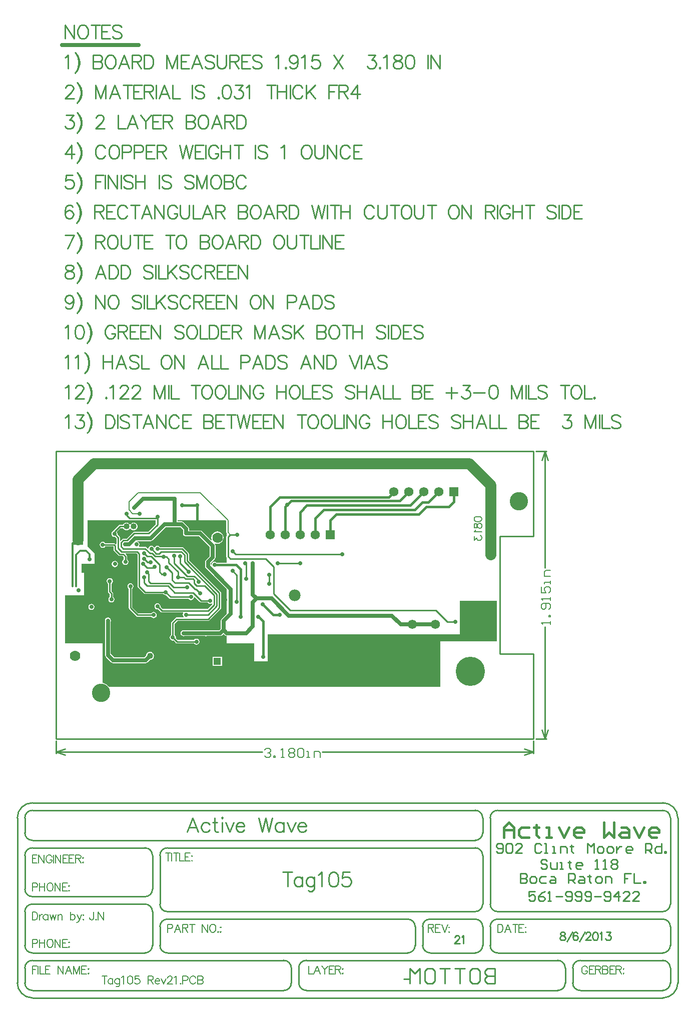
<source format=gbl>
%FSLAX25Y25*%
%MOIN*%
G70*
G01*
G75*
G04 Layer_Physical_Order=2*
G04 Layer_Color=16711680*
%ADD10R,0.11024X0.05512*%
%ADD11R,0.01378X0.03543*%
%ADD12R,0.01378X0.03543*%
%ADD13R,0.11811X0.23622*%
%ADD14R,0.03000X0.03000*%
%ADD15R,0.05000X0.03600*%
%ADD16R,0.03600X0.03600*%
%ADD17R,0.11000X0.04500*%
%ADD18R,0.03600X0.03600*%
%ADD19R,0.03600X0.05000*%
%ADD20R,0.02000X0.05000*%
%ADD21O,0.01600X0.06000*%
%ADD22R,0.02362X0.02362*%
%ADD23R,0.06299X0.05118*%
%ADD24O,0.01600X0.06000*%
%ADD25R,0.09000X0.02362*%
%ADD26R,0.02362X0.10000*%
%ADD27R,0.07000X0.02362*%
%ADD28R,0.02362X0.09000*%
%ADD29O,0.02400X0.08000*%
%ADD30R,0.10000X0.07000*%
%ADD31R,0.10000X0.10000*%
%ADD32C,0.02000*%
%ADD33R,0.20000X0.10000*%
%ADD34R,0.16000X0.18000*%
%ADD35C,0.01200*%
%ADD36R,0.07000X0.11000*%
%ADD37R,0.03000X0.03000*%
%ADD38R,0.03937X0.02165*%
%ADD39C,0.04000*%
%ADD40R,0.07400X0.04500*%
%ADD41R,0.08000X0.03500*%
%ADD42C,0.01500*%
%ADD43C,0.01000*%
%ADD44C,0.04000*%
%ADD45C,0.02500*%
%ADD46C,0.00600*%
%ADD47C,0.01600*%
%ADD48C,0.01400*%
%ADD49C,0.00800*%
%ADD50C,0.02000*%
%ADD51C,0.03000*%
%ADD52C,0.07400*%
%ADD53C,0.01200*%
%ADD54C,0.00900*%
%ADD55C,0.00500*%
%ADD56C,0.06200*%
%ADD57R,0.06200X0.06200*%
%ADD58C,0.19500*%
%ADD59C,0.07000*%
%ADD60C,0.07800*%
%ADD61C,0.12200*%
%ADD62R,0.05000X0.05000*%
%ADD63C,0.02800*%
%ADD64R,0.07000X0.07000*%
G36*
X61378Y137965D02*
X56335Y132922D01*
X47100D01*
X47100Y132922D01*
X46671Y132836D01*
X46307Y132593D01*
X46307Y132593D01*
X42015Y128301D01*
X39780D01*
X39780Y128301D01*
X39351Y128216D01*
X38987Y127973D01*
X38987Y127973D01*
X37984Y126970D01*
X37522Y127161D01*
Y129000D01*
X37436Y129429D01*
X37193Y129793D01*
X37193Y129793D01*
X35864Y131122D01*
X35939Y131500D01*
X35784Y132280D01*
X35456Y132770D01*
X37965Y135278D01*
X39550D01*
X39629Y135089D01*
X40046Y134546D01*
X40589Y134129D01*
X41221Y133867D01*
X41900Y133778D01*
X42579Y133867D01*
X43211Y134129D01*
X43754Y134546D01*
X44050Y134931D01*
X44550D01*
X44846Y134546D01*
X45389Y134129D01*
X46021Y133867D01*
X46700Y133778D01*
X47379Y133867D01*
X48011Y134129D01*
X48554Y134546D01*
X48971Y135089D01*
X49233Y135721D01*
X49322Y136400D01*
X49233Y137079D01*
X48971Y137711D01*
X48554Y138254D01*
X48011Y138671D01*
X47379Y138933D01*
X46700Y139022D01*
X46021Y138933D01*
X45389Y138671D01*
X44846Y138254D01*
X44550Y137869D01*
X44050D01*
X43754Y138254D01*
X43211Y138671D01*
X42579Y138933D01*
X41900Y139022D01*
X41221Y138933D01*
X40589Y138671D01*
X40046Y138254D01*
X39629Y137711D01*
X39550Y137522D01*
X37500D01*
X37500Y137522D01*
X37071Y137436D01*
X36707Y137193D01*
X36707Y137193D01*
X33107Y133593D01*
X32864Y133229D01*
X32860Y133211D01*
X32458Y132942D01*
X32016Y132280D01*
X31861Y131500D01*
X32016Y130720D01*
X32458Y130058D01*
X33120Y129616D01*
X33900Y129461D01*
X34278Y129536D01*
X35278Y128535D01*
Y124861D01*
X34817Y124670D01*
X34493Y124993D01*
X34129Y125236D01*
X33700Y125322D01*
X33700Y125322D01*
X27770D01*
X27556Y125642D01*
X26894Y126084D01*
X26114Y126239D01*
X25333Y126084D01*
X24672Y125642D01*
X24230Y124980D01*
X24075Y124200D01*
X24230Y123420D01*
X24672Y122758D01*
X25333Y122316D01*
X26114Y122161D01*
X26894Y122316D01*
X27556Y122758D01*
X27770Y123078D01*
X33235D01*
X33278Y123035D01*
Y120900D01*
X33278Y120900D01*
X33364Y120471D01*
X33607Y120107D01*
X36607Y117107D01*
X36971Y116864D01*
X37400Y116778D01*
X37400Y116778D01*
X39335D01*
X40078Y116035D01*
Y114456D01*
X39758Y114242D01*
X39316Y113580D01*
X39161Y112800D01*
X39316Y112020D01*
X39758Y111358D01*
X40420Y110916D01*
X41200Y110761D01*
X41980Y110916D01*
X42642Y111358D01*
X43084Y112020D01*
X43239Y112800D01*
X43084Y113580D01*
X42642Y114242D01*
X42322Y114456D01*
Y116500D01*
X42322Y116500D01*
X42236Y116929D01*
X42236D01*
D01*
D01*
X42236Y116929D01*
D01*
D01*
D01*
D01*
X42236Y116929D01*
D01*
D01*
Y116929D01*
D01*
X42236D01*
D01*
D01*
X42236D01*
D01*
D01*
X41993Y117293D01*
X41993Y117293D01*
X41170Y118116D01*
X41361Y118578D01*
X48535D01*
X49278Y117835D01*
Y96600D01*
X49278Y96600D01*
X49364Y96171D01*
X49607Y95807D01*
X53607Y91807D01*
X53607Y91807D01*
X53971Y91564D01*
Y91564D01*
X53971Y91564D01*
D01*
D01*
D01*
X53971D01*
Y91564D01*
D01*
X53971Y91564D01*
X53971Y91564D01*
X54400Y91478D01*
X66344D01*
X66558Y91158D01*
X67220Y90716D01*
X68000Y90561D01*
X68378Y90636D01*
X70407Y88607D01*
X70407Y88607D01*
X70771Y88364D01*
X71200Y88278D01*
X83244D01*
X83458Y87958D01*
X84120Y87516D01*
X84900Y87361D01*
X85680Y87516D01*
X86342Y87958D01*
X86784Y88620D01*
X86931Y89359D01*
X87410Y89504D01*
X90807Y86107D01*
X90807Y86107D01*
X91171Y85864D01*
Y85864D01*
X91171Y85864D01*
D01*
D01*
D01*
X91171D01*
Y85864D01*
D01*
X91171Y85864D01*
X91171Y85864D01*
X91600Y85778D01*
X96044D01*
X96258Y85458D01*
X96920Y85016D01*
X97700Y84861D01*
X98480Y85016D01*
X98838Y85255D01*
X99074Y85128D01*
X99147Y84634D01*
X95935Y81422D01*
X65965D01*
X64564Y82822D01*
X64639Y83200D01*
X64484Y83980D01*
X64042Y84642D01*
X63380Y85084D01*
X62600Y85239D01*
X61820Y85084D01*
X61158Y84642D01*
X60716Y83980D01*
X60561Y83200D01*
X60716Y82420D01*
X61158Y81758D01*
X61820Y81316D01*
X62600Y81161D01*
X62978Y81236D01*
X64707Y79507D01*
X65071Y79264D01*
X65500Y79178D01*
X65500Y79178D01*
X79552D01*
X79788Y78737D01*
X79616Y78480D01*
X79461Y77700D01*
X79616Y76920D01*
X80055Y76262D01*
X79819Y75822D01*
X75400D01*
X75400Y75822D01*
X74971Y75736D01*
X74607Y75493D01*
X74607Y75493D01*
X72007Y72893D01*
X71764Y72529D01*
X71678Y72100D01*
X71678Y72100D01*
Y64056D01*
X71358Y63842D01*
X70916Y63180D01*
X70761Y62400D01*
X70916Y61620D01*
X71358Y60958D01*
X72020Y60516D01*
X72800Y60361D01*
X73178Y60436D01*
X74748Y58866D01*
X74748Y58866D01*
X75112Y58623D01*
Y58623D01*
X75112Y58623D01*
D01*
D01*
D01*
X75112D01*
Y58623D01*
D01*
X75112Y58623D01*
X75112Y58623D01*
X75541Y58538D01*
X75541Y58538D01*
X86885D01*
X87099Y58217D01*
X87761Y57775D01*
X88541Y57620D01*
X89321Y57775D01*
X89983Y58217D01*
X90425Y58879D01*
X90580Y59659D01*
X90425Y60439D01*
X89983Y61101D01*
X89321Y61543D01*
X88541Y61698D01*
X87761Y61543D01*
X87099Y61101D01*
X86885Y60781D01*
X76006D01*
X74764Y62022D01*
X74839Y62400D01*
X74684Y63180D01*
X74242Y63842D01*
X73922Y64056D01*
Y71635D01*
X75865Y73578D01*
X96200D01*
X96200Y73578D01*
X96629Y73664D01*
X96993Y73907D01*
X104593Y81507D01*
X104593Y81507D01*
X104836Y81871D01*
X104922Y82300D01*
Y92146D01*
X104922Y92146D01*
X104836Y92575D01*
X104593Y92939D01*
X83522Y114010D01*
Y118200D01*
X83436Y118629D01*
X83193Y118993D01*
X83193Y118993D01*
X79893Y122293D01*
X79529Y122536D01*
X79100Y122622D01*
X79100Y122622D01*
X64156D01*
X63942Y122942D01*
X63280Y123384D01*
X62500Y123539D01*
X61720Y123384D01*
X61058Y122942D01*
X60750Y122481D01*
X60250D01*
X59942Y122942D01*
X59280Y123384D01*
X58500Y123539D01*
X57720Y123384D01*
X57058Y122942D01*
X56616Y122280D01*
X56519Y121791D01*
X56040Y121646D01*
X55193Y122493D01*
X54829Y122736D01*
X54400Y122822D01*
X54400Y122822D01*
X50481D01*
X50245Y123263D01*
X50484Y123620D01*
X50639Y124400D01*
X50484Y125180D01*
X50042Y125842D01*
X49380Y126284D01*
X48600Y126439D01*
X48498Y126630D01*
X48581Y126714D01*
X58100D01*
X58822Y126857D01*
X59434Y127266D01*
X68181Y136014D01*
X77919D01*
X79814Y134119D01*
Y132569D01*
X79661Y131800D01*
X79816Y131020D01*
X80258Y130358D01*
X80920Y129916D01*
X81700Y129761D01*
X82469Y129914D01*
X90219D01*
X97414Y122719D01*
Y116681D01*
X94866Y114134D01*
X94457Y113522D01*
X94314Y112800D01*
Y109800D01*
X94314Y109800D01*
X94314D01*
X94457Y109078D01*
X94866Y108466D01*
X108598Y94735D01*
Y78265D01*
X105266Y74934D01*
X104857Y74322D01*
X104714Y73600D01*
X104714Y73600D01*
X104714D01*
X104714Y73600D01*
X104714D01*
Y68281D01*
X103619Y67186D01*
X95569D01*
X94800Y67339D01*
X94031Y67186D01*
X80769D01*
X80000Y67339D01*
X79220Y67184D01*
X78558Y66742D01*
X78116Y66080D01*
X77961Y65300D01*
X78116Y64520D01*
X78558Y63858D01*
X79220Y63416D01*
X80000Y63261D01*
X80769Y63414D01*
X94031D01*
X94800Y63261D01*
X95569Y63414D01*
X104400D01*
X105122Y63557D01*
X105734Y63966D01*
X106600Y64833D01*
X107466Y63966D01*
X108078Y63557D01*
X108598Y63454D01*
Y58600D01*
X127100D01*
Y46502D01*
X136000D01*
Y64500D01*
X264000D01*
Y87000D01*
X288500D01*
Y60000D01*
X251000D01*
Y29600D01*
X30222D01*
X29693Y30245D01*
X28673Y31082D01*
X27509Y31704D01*
X26246Y32087D01*
X26100Y32102D01*
Y41590D01*
X26109Y41600D01*
X26098D01*
Y58600D01*
X1098D01*
Y90600D01*
X13598D01*
Y105600D01*
X12098D01*
Y111600D01*
X20597D01*
Y118600D01*
X16097Y123100D01*
Y140600D01*
X61378D01*
Y137965D01*
D02*
G37*
G36*
X108480Y140078D02*
Y132500D01*
X108558Y132110D01*
X108598Y132051D01*
Y130129D01*
X108464Y129929D01*
X108378Y129500D01*
X108378Y129500D01*
Y116500D01*
X108378Y116500D01*
X108464Y116071D01*
X108598Y115871D01*
Y112276D01*
X102086D01*
X102042Y112342D01*
X101380Y112784D01*
X100600Y112939D01*
X99820Y112784D01*
X99158Y112342D01*
X98716Y111680D01*
X98584Y111016D01*
X98086Y111065D01*
Y112019D01*
X100634Y114566D01*
X101043Y115178D01*
X101067Y115298D01*
X101186Y115900D01*
Y123500D01*
X101067Y124102D01*
X101043Y124222D01*
X100649Y124811D01*
X100823Y125023D01*
X100988Y125188D01*
X101430Y125005D01*
X102500Y124865D01*
X103570Y125005D01*
X104568Y125419D01*
X105424Y126076D01*
X106081Y126932D01*
X106494Y127930D01*
X106635Y129000D01*
X106494Y130070D01*
X106081Y131068D01*
X105424Y131924D01*
X104568Y132581D01*
X103570Y132994D01*
X102500Y133135D01*
X101430Y132994D01*
X100432Y132581D01*
X99576Y131924D01*
X98919Y131068D01*
X98506Y130070D01*
X98365Y129000D01*
X98506Y127930D01*
X98699Y127462D01*
X98284Y127184D01*
X92334Y133134D01*
X91722Y133543D01*
X91000Y133686D01*
X83586D01*
Y134900D01*
D01*
D01*
D01*
D01*
X83586D01*
D01*
D01*
D01*
D01*
D01*
X83586D01*
Y134900D01*
D01*
D01*
Y134900D01*
D01*
D01*
D01*
D01*
D01*
D01*
D01*
D01*
D01*
D01*
D01*
D01*
Y134900D01*
D01*
X83586D01*
D01*
D01*
D01*
D01*
D01*
D01*
D01*
X83586Y134900D01*
D01*
D01*
D01*
D01*
D01*
D01*
D01*
D01*
X83443Y135622D01*
X83034Y136234D01*
X80034Y139234D01*
X79422Y139643D01*
X78700Y139786D01*
X75886D01*
Y140600D01*
X107958D01*
X108480Y140078D01*
D02*
G37*
%LPC*%
G36*
X44600Y98639D02*
X43820Y98484D01*
X43158Y98042D01*
X42716Y97380D01*
X42561Y96600D01*
X42716Y95820D01*
X43158Y95158D01*
X43478Y94944D01*
Y82100D01*
X43478Y82100D01*
X43564Y81671D01*
X43807Y81307D01*
X48507Y76607D01*
X48507Y76607D01*
X48871Y76364D01*
Y76364D01*
X48871Y76364D01*
D01*
D01*
D01*
X48871D01*
Y76364D01*
D01*
X48871Y76364D01*
X48871Y76364D01*
X49300Y76278D01*
X58344D01*
X58558Y75958D01*
X59220Y75516D01*
X60000Y75361D01*
X60780Y75516D01*
X61442Y75958D01*
X61884Y76620D01*
X62039Y77400D01*
X61884Y78180D01*
X61442Y78842D01*
X60780Y79284D01*
X60000Y79439D01*
X59220Y79284D01*
X58558Y78842D01*
X58344Y78522D01*
X49765D01*
X45722Y82565D01*
Y94944D01*
X46042Y95158D01*
X46484Y95820D01*
X46639Y96600D01*
X46484Y97380D01*
X46042Y98042D01*
X45380Y98484D01*
X44600Y98639D01*
D02*
G37*
G36*
X29600Y75739D02*
X28820Y75584D01*
X28158Y75142D01*
X27716Y74480D01*
X27561Y73700D01*
X27714Y72931D01*
Y50700D01*
X27714Y50700D01*
X27714D01*
X27857Y49978D01*
X28266Y49366D01*
X31766Y45866D01*
X32378Y45457D01*
X33100Y45314D01*
X54600D01*
X55322Y45457D01*
X55934Y45866D01*
X57652Y47584D01*
X58279Y47667D01*
X58911Y47929D01*
X59454Y48346D01*
X59871Y48889D01*
X60133Y49521D01*
X60222Y50200D01*
X60133Y50879D01*
X59871Y51511D01*
X59454Y52054D01*
X58911Y52471D01*
X58279Y52733D01*
X57600Y52822D01*
X56921Y52733D01*
X56289Y52471D01*
X55746Y52054D01*
X55329Y51511D01*
X55067Y50879D01*
X54984Y50252D01*
X53819Y49086D01*
X33881D01*
X31486Y51481D01*
Y72931D01*
X31639Y73700D01*
X31484Y74480D01*
X31042Y75142D01*
X30380Y75584D01*
X29600Y75739D01*
D02*
G37*
G36*
X105500Y49600D02*
X99300D01*
Y43400D01*
X105500D01*
Y49600D01*
D02*
G37*
G36*
X34200Y113439D02*
X33420Y113284D01*
X32758Y112842D01*
X32316Y112180D01*
X32161Y111400D01*
X32316Y110620D01*
X32758Y109958D01*
X33420Y109516D01*
X34200Y109361D01*
X34980Y109516D01*
X35642Y109958D01*
X36084Y110620D01*
X36239Y111400D01*
X36084Y112180D01*
X35642Y112842D01*
X34980Y113284D01*
X34200Y113439D01*
D02*
G37*
G36*
X30800Y102039D02*
X30020Y101884D01*
X29358Y101442D01*
X28916Y100780D01*
X28761Y100000D01*
X28916Y99220D01*
X29358Y98558D01*
X29678Y98344D01*
Y92900D01*
X29678Y92900D01*
X29764Y92471D01*
X30007Y92107D01*
X30778Y91335D01*
Y89456D01*
X30458Y89242D01*
X30016Y88580D01*
X29861Y87800D01*
X30016Y87020D01*
X30458Y86358D01*
X31120Y85916D01*
X31900Y85761D01*
X32680Y85916D01*
X33342Y86358D01*
X33784Y87020D01*
X33939Y87800D01*
X33784Y88580D01*
X33342Y89242D01*
X33022Y89456D01*
Y91800D01*
X32936Y92229D01*
X32693Y92593D01*
X32693Y92593D01*
X31922Y93365D01*
Y98344D01*
X32242Y98558D01*
X32684Y99220D01*
X32839Y100000D01*
X32684Y100780D01*
X32242Y101442D01*
X31580Y101884D01*
X30800Y102039D01*
D02*
G37*
G36*
X18600Y84839D02*
X17820Y84684D01*
X17158Y84242D01*
X16716Y83580D01*
X16561Y82800D01*
X16716Y82020D01*
X17158Y81358D01*
X17820Y80916D01*
X18600Y80761D01*
X19380Y80916D01*
X20042Y81358D01*
X20484Y82020D01*
X20639Y82800D01*
X20484Y83580D01*
X20042Y84242D01*
X19380Y84684D01*
X18600Y84839D01*
D02*
G37*
%LPD*%
D39*
X41900Y136400D02*
D03*
X46700D02*
D03*
X57600Y50200D02*
D03*
D42*
X118100Y76300D02*
Y107736D01*
X114936Y110900D02*
X118100Y107736D01*
X100600Y110900D02*
X114936D01*
X137500Y149500D02*
X144000Y156000D01*
X137500Y131000D02*
Y149500D01*
X223900Y153400D02*
X230000Y159500D01*
X151500Y153400D02*
X223900D01*
X147500Y131000D02*
Y149400D01*
X132900Y49600D02*
Y73300D01*
X130300Y75900D02*
X132900Y73300D01*
X129800Y76300D02*
X130300Y75900D01*
X233900Y147600D02*
X238900Y152600D01*
X243100D01*
X250000Y159500D01*
X236700Y144600D02*
X241700Y149600D01*
X256700D01*
X260000Y152900D01*
Y159500D01*
X231000Y150500D02*
X240000Y159500D01*
X157500Y131000D02*
Y145900D01*
X162100Y150500D01*
X231000D01*
X216500Y156000D02*
X220000Y159500D01*
X144000Y156000D02*
X216500D01*
X177500Y140500D02*
X181600Y144600D01*
X177500Y131000D02*
Y140500D01*
X181600Y144600D02*
X236700D01*
X167500Y131000D02*
Y141900D01*
X173200Y147600D01*
X233900D01*
X139500Y77500D02*
X144000D01*
X132500Y84500D02*
X139500Y77500D01*
X79000Y150500D02*
X89000D01*
X147500Y149400D02*
X148872Y150772D01*
X151500Y153400D01*
X89000Y137400D02*
Y150500D01*
X293352Y-70690D02*
Y-64025D01*
X296685Y-60693D01*
X300017Y-64025D01*
Y-70690D01*
Y-65691D01*
X293352D01*
X310014Y-64025D02*
X305015D01*
X303349Y-65691D01*
Y-69024D01*
X305015Y-70690D01*
X310014D01*
X315012Y-62359D02*
Y-64025D01*
X313346D01*
X316678D01*
X315012D01*
Y-69024D01*
X316678Y-70690D01*
X321676D02*
X325009D01*
X323342D01*
Y-64025D01*
X321676D01*
X330007D02*
X333339Y-70690D01*
X336672Y-64025D01*
X345002Y-70690D02*
X341670D01*
X340004Y-69024D01*
Y-65691D01*
X341670Y-64025D01*
X345002D01*
X346668Y-65691D01*
Y-67357D01*
X340004D01*
X359997Y-60693D02*
Y-70690D01*
X363330Y-67357D01*
X366662Y-70690D01*
Y-60693D01*
X371660Y-64025D02*
X374992D01*
X376659Y-65691D01*
Y-70690D01*
X371660D01*
X369994Y-69024D01*
X371660Y-67357D01*
X376659D01*
X379991Y-64025D02*
X383323Y-70690D01*
X386655Y-64025D01*
X394986Y-70690D02*
X391654D01*
X389988Y-69024D01*
Y-65691D01*
X391654Y-64025D01*
X394986D01*
X396652Y-65691D01*
Y-67357D01*
X389988D01*
D43*
X44000Y142000D02*
X61500D01*
X62500Y143000D01*
X39780Y127180D02*
X42480D01*
X38200Y125600D02*
X39780Y127180D01*
X38200Y123200D02*
Y125600D01*
Y123200D02*
X39700Y121700D01*
X36400Y121900D02*
Y129000D01*
Y121900D02*
X38600Y119700D01*
X26114Y124200D02*
X33700D01*
X34400Y123500D01*
Y120900D02*
Y123500D01*
X38600Y119700D02*
X49000D01*
X37400Y117900D02*
X39800D01*
X41200Y116500D01*
Y112800D02*
Y116500D01*
X39700Y121700D02*
X54400D01*
X34400Y120900D02*
X37400Y117900D01*
X55500Y109000D02*
X60000D01*
X53000Y111500D02*
X55500Y109000D01*
X60000D02*
X60500Y109500D01*
X55500Y106000D02*
X56500Y105000D01*
Y100000D02*
Y105000D01*
X57900Y98600D02*
X70500D01*
X56500Y100000D02*
X57900Y98600D01*
X56013Y112487D02*
X58013D01*
X142500Y112000D02*
X157500D01*
X53600Y114900D02*
X56013Y112487D01*
X151000Y80500D02*
X248000D01*
X140000Y91500D02*
X151000Y80500D01*
X134500Y115000D02*
X140000Y109500D01*
Y91500D02*
Y109500D01*
X53600Y118500D02*
X55500Y116600D01*
X58300D01*
X68500Y116300D02*
X70100Y114700D01*
X66700Y116300D02*
X68500D01*
X50400Y96600D02*
Y118234D01*
X137000Y98300D02*
Y104300D01*
X248000Y80500D02*
X255500Y73000D01*
X71200Y89400D02*
X84900D01*
X54400Y92600D02*
X68000D01*
X71200Y89400D01*
X50400Y96600D02*
X54400Y92600D01*
X255500Y73000D02*
X261000D01*
X75541Y59659D02*
X88541D01*
X72800Y62400D02*
X75541Y59659D01*
X33900Y131500D02*
X36400Y129000D01*
X33900Y131500D02*
Y132800D01*
X49000Y119700D02*
X50433Y118267D01*
X37500Y136400D02*
X41900D01*
X33900Y132800D02*
X37500Y136400D01*
X31900Y87800D02*
Y91800D01*
X30800Y92900D02*
X31900Y91800D01*
X30800Y92900D02*
Y100000D01*
X49300Y77400D02*
X60000D01*
X44600Y82100D02*
X49300Y77400D01*
X44600Y82100D02*
Y96600D01*
X112500Y106800D02*
X115300Y104000D01*
Y86300D02*
Y104000D01*
X109500Y116500D02*
X111000Y115000D01*
X109500Y116500D02*
Y129500D01*
X111000Y131000D01*
X115500D01*
X111000Y115000D02*
X134500D01*
X112500Y120000D02*
X114500Y118000D01*
X185500D01*
X121500Y101500D02*
Y111500D01*
X121000Y112000D02*
X121500Y111500D01*
X59100Y118400D02*
X61000Y116500D01*
X57700Y118400D02*
X59100D01*
X54400Y121700D02*
X57700Y118400D01*
X42480Y127180D02*
X47100Y131800D01*
X56800D01*
X62500Y137500D01*
Y143000D01*
X42000Y144000D02*
Y145000D01*
Y144000D02*
X44000Y142000D01*
X72800Y62400D02*
Y72100D01*
X75400Y74700D01*
X96200D01*
X103800Y82300D01*
Y92146D01*
X81500Y77700D02*
X96400D01*
X102100Y83400D01*
X62600Y83200D02*
X65500Y80300D01*
X96400D01*
X100400Y84300D01*
Y90500D01*
X62500Y121500D02*
X79100D01*
X91600Y86900D02*
X97700D01*
X86300Y92200D02*
X91600Y86900D01*
X64900Y119600D02*
X78400D01*
X58546Y121500D02*
X61746Y118300D01*
X63600D01*
X64900Y119600D01*
X93900Y97000D02*
X100400Y90500D01*
X88500Y97000D02*
X93900D01*
X102100Y83400D02*
Y91300D01*
X79100Y121500D02*
X82400Y118200D01*
Y113546D02*
Y118200D01*
Y113546D02*
X103800Y92146D01*
X78400Y119600D02*
X80600Y117400D01*
Y112800D02*
Y117400D01*
Y112800D02*
X102100Y91300D01*
X87100Y103300D02*
X89835Y100565D01*
X82200Y103300D02*
X87100D01*
X77600Y111900D02*
Y116600D01*
Y111900D02*
X83300Y106200D01*
X73600Y111900D02*
X82200Y103300D01*
X73600Y111900D02*
Y117000D01*
X89835Y99665D02*
X89850Y99650D01*
X89835Y99665D02*
Y100565D01*
X86900Y98600D02*
X88500Y97000D01*
X86900Y98600D02*
Y100700D01*
X86200Y101400D02*
X86900Y100700D01*
X81300Y101400D02*
X86200D01*
X80100Y102600D02*
X81300Y101400D01*
X76300Y102600D02*
X80100D01*
X53500Y99000D02*
Y102500D01*
Y99000D02*
X55700Y96800D01*
X69500D01*
X74100Y92200D02*
X86300D01*
X69500Y96800D02*
X74100Y92200D01*
X70500Y98600D02*
X73300Y95800D01*
X82400D01*
X88200Y94700D02*
X91100Y91800D01*
X87500Y94700D02*
X88200D01*
X83400Y98800D02*
X87500Y94700D01*
X74200Y98800D02*
X83400D01*
X72400Y100600D02*
X74200Y98800D01*
X76300Y102600D02*
Y106100D01*
X70100Y112300D02*
Y114700D01*
X61000Y116500D02*
X66700D01*
X70100Y112300D02*
X76300Y106100D01*
X58300Y116600D02*
X63911Y110989D01*
Y106189D02*
Y110989D01*
Y106189D02*
X65400Y104700D01*
X67400D01*
X72400Y100600D02*
Y105400D01*
X68500Y109300D02*
X72400Y105400D01*
X287261Y-157970D02*
Y-167967D01*
X282262D01*
X280596Y-166301D01*
Y-164635D01*
X282262Y-162969D01*
X287261D01*
X282262D01*
X280596Y-161302D01*
Y-159636D01*
X282262Y-157970D01*
X287261D01*
X272266D02*
X275598D01*
X277264Y-159636D01*
Y-166301D01*
X275598Y-167967D01*
X272266D01*
X270599Y-166301D01*
Y-159636D01*
X272266Y-157970D01*
X267267D02*
X260603D01*
X263935D01*
Y-167967D01*
X257270Y-157970D02*
X250606D01*
X253938D01*
Y-167967D01*
X242275Y-157970D02*
X245607D01*
X247273Y-159636D01*
Y-166301D01*
X245607Y-167967D01*
X242275D01*
X240609Y-166301D01*
Y-159636D01*
X242275Y-157970D01*
X237277Y-167967D02*
Y-157970D01*
X233945Y-161302D01*
X230612Y-157970D01*
Y-167967D01*
X313000Y-14900D02*
Y-6500D01*
X-5000Y-14900D02*
Y-6500D01*
X172494Y-13900D02*
X313000D01*
X-5000D02*
X132306D01*
X307000Y-11900D02*
X313000Y-13900D01*
X307000Y-15900D02*
X313000Y-13900D01*
X-5000D02*
X1000Y-15900D01*
X-5000Y-13900D02*
X1000Y-11900D01*
X314500Y186500D02*
X321600D01*
X314500Y-5000D02*
X321600D01*
X320600Y108744D02*
Y186500D01*
Y-5000D02*
Y69556D01*
X318600Y180500D02*
X320600Y186500D01*
X322600Y180500D01*
X320600Y-5000D02*
X322600Y1000D01*
X318600D02*
X320600Y-5000D01*
X226755Y-164965D02*
X230692D01*
X-5000Y186500D02*
X313000D01*
Y130000D02*
Y186500D01*
X290500Y51400D02*
Y130000D01*
X313000Y-5000D02*
Y51400D01*
X-5000Y-5000D02*
Y186500D01*
X290500Y51400D02*
X313000D01*
X290500Y130000D02*
X313000D01*
X-5000Y-5000D02*
X313000D01*
X404192Y-130118D02*
G03*
X399292Y-125218I-4900J0D01*
G01*
X289192D02*
G03*
X284192Y-130218I0J-5000D01*
G01*
X399192Y-120218D02*
G03*
X404192Y-115218I0J5000D01*
G01*
X284192D02*
G03*
X289192Y-120218I5000J0D01*
G01*
X-20808Y-47718D02*
G03*
X-30808Y-57718I0J-10000D01*
G01*
Y-167618D02*
G03*
X-20884Y-177716I10100J0D01*
G01*
X399192Y-177718D02*
G03*
X409192Y-167718I0J10000D01*
G01*
Y-57718D02*
G03*
X399192Y-47718I-10000J0D01*
G01*
X404192Y-57618D02*
G03*
X399121Y-52721I-4900J0D01*
G01*
X399192Y-147718D02*
G03*
X404192Y-142718I0J5000D01*
G01*
X404192Y-157630D02*
G03*
X399192Y-152717I-5000J-87D01*
G01*
Y-172718D02*
G03*
X404192Y-167718I0J5000D01*
G01*
X274192Y-147718D02*
G03*
X279192Y-142718I0J5000D01*
G01*
X284192Y-142818D02*
G03*
X289177Y-147717I4900J0D01*
G01*
X279192Y-130118D02*
G03*
X274292Y-125218I-4900J0D01*
G01*
X-25808Y-167718D02*
G03*
X-20895Y-172717I5000J0D01*
G01*
X274279Y-120218D02*
G03*
X279193Y-115218I-87J5000D01*
G01*
X-20808Y-152718D02*
G03*
X-25808Y-157718I0J-5000D01*
G01*
X279192Y-82718D02*
G03*
X274192Y-77718I-5000J0D01*
G01*
Y-72718D02*
G03*
X279192Y-67718I0J5000D01*
G01*
X289192Y-52718D02*
G03*
X284192Y-57718I0J-5000D01*
G01*
X279192D02*
G03*
X274192Y-52718I-5000J0D01*
G01*
X-20808D02*
G03*
X-25808Y-57718I0J-5000D01*
G01*
Y-67718D02*
G03*
X-20808Y-72718I5000J0D01*
G01*
Y-77718D02*
G03*
X-25808Y-82718I0J-5000D01*
G01*
Y-105218D02*
G03*
X-20808Y-110218I5000J0D01*
G01*
Y-115218D02*
G03*
X-25808Y-120218I0J-5000D01*
G01*
Y-142718D02*
G03*
X-20895Y-147717I5000J0D01*
G01*
X69192Y-77718D02*
G03*
X64192Y-82718I0J-5000D01*
G01*
X69192Y-125218D02*
G03*
X64192Y-130218I0J-5000D01*
G01*
X243992Y-125218D02*
G03*
X239199Y-130269I0J-4800D01*
G01*
X239192Y-142618D02*
G03*
X244203Y-147717I5100J0D01*
G01*
X229292Y-147718D02*
G03*
X234191Y-142732I0J4900D01*
G01*
X234192Y-130118D02*
G03*
X229292Y-125218I-4900J0D01*
G01*
X54292Y-147718D02*
G03*
X59192Y-142818I0J4900D01*
G01*
X64192D02*
G03*
X69092Y-147718I4900J0D01*
G01*
X64192Y-115318D02*
G03*
X69092Y-120218I4900J0D01*
G01*
X59192Y-120118D02*
G03*
X54121Y-115221I-4900J0D01*
G01*
X54392Y-110218D02*
G03*
X59192Y-105418I0J4800D01*
G01*
Y-82618D02*
G03*
X54292Y-77718I-4900J0D01*
G01*
X344192Y-152718D02*
G03*
X339192Y-157718I0J-5000D01*
G01*
Y-167818D02*
G03*
X344178Y-172717I4900J0D01*
G01*
X329308Y-172718D02*
G03*
X334190Y-167750I84J4800D01*
G01*
X334192Y-157718D02*
G03*
X329192Y-152718I-5000J0D01*
G01*
X156692Y-167718D02*
G03*
X161605Y-172717I5000J0D01*
G01*
X161692Y-152718D02*
G03*
X156692Y-157718I0J-5000D01*
G01*
X146808Y-172718D02*
G03*
X151690Y-167750I84J4800D01*
G01*
X151692Y-157718D02*
G03*
X146692Y-152718I-5000J0D01*
G01*
X404192Y-142718D02*
Y-130118D01*
X284192Y-142718D02*
Y-130218D01*
X404192Y-115218D02*
Y-57718D01*
X284192Y-115218D02*
Y-57718D01*
X-30808Y-167718D02*
Y-57718D01*
X-25808Y-167718D02*
Y-157718D01*
X404192Y-167718D02*
Y-157718D01*
X279192Y-142718D02*
Y-130218D01*
X239192Y-142718D02*
Y-130218D01*
X64192Y-142718D02*
Y-130218D01*
X234192Y-142718D02*
Y-130218D01*
X64192Y-115218D02*
Y-82718D01*
X279192Y-115218D02*
Y-82718D01*
Y-67718D02*
Y-57718D01*
X-25808Y-67718D02*
Y-57718D01*
X59192Y-105218D02*
Y-82718D01*
X-25808Y-105218D02*
Y-82718D01*
X59192Y-142718D02*
Y-120218D01*
X-25808Y-142718D02*
Y-120218D01*
X409192Y-167718D02*
Y-57718D01*
X339192Y-167718D02*
Y-157718D01*
X334192Y-167718D02*
Y-157718D01*
X156692Y-167718D02*
Y-157718D01*
X151692Y-167718D02*
Y-157718D01*
X289192Y-125218D02*
X399192D01*
X289192Y-120218D02*
X399192D01*
X69192D02*
X274192D01*
X289192Y-52718D02*
X399192D01*
X289192Y-147718D02*
X399192D01*
X244192Y-125218D02*
X274192D01*
X244192Y-147718D02*
X274192D01*
X69192D02*
X229192D01*
X69192Y-125218D02*
X229192D01*
X69192Y-77718D02*
X274192D01*
X-20808Y-72718D02*
X274192D01*
X-20808Y-77718D02*
X54192D01*
X-20808Y-110218D02*
X54192D01*
X-20808Y-115218D02*
X54192D01*
X-20808Y-147718D02*
X54192D01*
X-20808Y-47718D02*
X399192D01*
X-20808Y-177718D02*
X399192D01*
X-20808Y-52718D02*
X274192D01*
X344192Y-152718D02*
X399192D01*
X344192Y-172718D02*
X399192D01*
X161692Y-152718D02*
X329192D01*
X-20808D02*
X146692D01*
X-20808Y-172718D02*
X146692D01*
X161692D02*
X329192D01*
X322117Y-86358D02*
X321051Y-85292D01*
X318919D01*
X317852Y-86358D01*
Y-87424D01*
X318919Y-88491D01*
X321051D01*
X322117Y-89557D01*
Y-90623D01*
X321051Y-91690D01*
X318919D01*
X317852Y-90623D01*
X324250Y-87424D02*
Y-90623D01*
X325317Y-91690D01*
X328516D01*
Y-87424D01*
X330648Y-91690D02*
X332781D01*
X331714D01*
Y-87424D01*
X330648D01*
X337046Y-86358D02*
Y-87424D01*
X335980D01*
X338112D01*
X337046D01*
Y-90623D01*
X338112Y-91690D01*
X344510D02*
X342378D01*
X341311Y-90623D01*
Y-88491D01*
X342378Y-87424D01*
X344510D01*
X345577Y-88491D01*
Y-89557D01*
X341311D01*
X354107Y-91690D02*
X356240D01*
X355173D01*
Y-85292D01*
X354107Y-86358D01*
X359439Y-91690D02*
X361571D01*
X360505D01*
Y-85292D01*
X359439Y-86358D01*
X364770D02*
X365837Y-85292D01*
X367969D01*
X369036Y-86358D01*
Y-87424D01*
X367969Y-88491D01*
X369036Y-89557D01*
Y-90623D01*
X367969Y-91690D01*
X365837D01*
X364770Y-90623D01*
Y-89557D01*
X365837Y-88491D01*
X364770Y-87424D01*
Y-86358D01*
X365837Y-88491D02*
X367969D01*
X314118Y-106792D02*
X309852D01*
Y-109991D01*
X311985Y-108924D01*
X313051D01*
X314118Y-109991D01*
Y-112123D01*
X313051Y-113190D01*
X310919D01*
X309852Y-112123D01*
X320515Y-106792D02*
X318383Y-107858D01*
X316250Y-109991D01*
Y-112123D01*
X317317Y-113190D01*
X319449D01*
X320515Y-112123D01*
Y-111057D01*
X319449Y-109991D01*
X316250D01*
X322648Y-113190D02*
X324781D01*
X323714D01*
Y-106792D01*
X322648Y-107858D01*
X327980Y-109991D02*
X332245D01*
X334378Y-112123D02*
X335444Y-113190D01*
X337577D01*
X338643Y-112123D01*
Y-107858D01*
X337577Y-106792D01*
X335444D01*
X334378Y-107858D01*
Y-108924D01*
X335444Y-109991D01*
X338643D01*
X340776Y-112123D02*
X341842Y-113190D01*
X343974D01*
X345041Y-112123D01*
Y-107858D01*
X343974Y-106792D01*
X341842D01*
X340776Y-107858D01*
Y-108924D01*
X341842Y-109991D01*
X345041D01*
X347174Y-112123D02*
X348240Y-113190D01*
X350373D01*
X351439Y-112123D01*
Y-107858D01*
X350373Y-106792D01*
X348240D01*
X347174Y-107858D01*
Y-108924D01*
X348240Y-109991D01*
X351439D01*
X353571D02*
X357837D01*
X359969Y-112123D02*
X361036Y-113190D01*
X363168D01*
X364235Y-112123D01*
Y-107858D01*
X363168Y-106792D01*
X361036D01*
X359969Y-107858D01*
Y-108924D01*
X361036Y-109991D01*
X364235D01*
X369566Y-113190D02*
Y-106792D01*
X366367Y-109991D01*
X370633D01*
X377030Y-113190D02*
X372765D01*
X377030Y-108924D01*
Y-107858D01*
X375964Y-106792D01*
X373832D01*
X372765Y-107858D01*
X383428Y-113190D02*
X379163D01*
X383428Y-108924D01*
Y-107858D01*
X382362Y-106792D01*
X380229D01*
X379163Y-107858D01*
X288352Y-80123D02*
X289419Y-81190D01*
X291551D01*
X292618Y-80123D01*
Y-75858D01*
X291551Y-74792D01*
X289419D01*
X288352Y-75858D01*
Y-76925D01*
X289419Y-77991D01*
X292618D01*
X294750Y-75858D02*
X295816Y-74792D01*
X297949D01*
X299015Y-75858D01*
Y-80123D01*
X297949Y-81190D01*
X295816D01*
X294750Y-80123D01*
Y-75858D01*
X305413Y-81190D02*
X301148D01*
X305413Y-76925D01*
Y-75858D01*
X304347Y-74792D01*
X302214D01*
X301148Y-75858D01*
X318209D02*
X317143Y-74792D01*
X315010D01*
X313944Y-75858D01*
Y-80123D01*
X315010Y-81190D01*
X317143D01*
X318209Y-80123D01*
X320342Y-81190D02*
X322475D01*
X321408D01*
Y-74792D01*
X320342D01*
X325674Y-81190D02*
X327806D01*
X326740D01*
Y-76925D01*
X325674D01*
X331005Y-81190D02*
Y-76925D01*
X334204D01*
X335270Y-77991D01*
Y-81190D01*
X338469Y-75858D02*
Y-76925D01*
X337403D01*
X339536D01*
X338469D01*
Y-80123D01*
X339536Y-81190D01*
X349133D02*
Y-74792D01*
X351265Y-76925D01*
X353398Y-74792D01*
Y-81190D01*
X356597D02*
X358730D01*
X359796Y-80123D01*
Y-77991D01*
X358730Y-76925D01*
X356597D01*
X355531Y-77991D01*
Y-80123D01*
X356597Y-81190D01*
X362995D02*
X365127D01*
X366194Y-80123D01*
Y-77991D01*
X365127Y-76925D01*
X362995D01*
X361928Y-77991D01*
Y-80123D01*
X362995Y-81190D01*
X368326Y-76925D02*
Y-81190D01*
Y-79057D01*
X369393Y-77991D01*
X370459Y-76925D01*
X371525D01*
X377923Y-81190D02*
X375791D01*
X374724Y-80123D01*
Y-77991D01*
X375791Y-76925D01*
X377923D01*
X378990Y-77991D01*
Y-79057D01*
X374724D01*
X387520Y-81190D02*
Y-74792D01*
X390719D01*
X391785Y-75858D01*
Y-77991D01*
X390719Y-79057D01*
X387520D01*
X389653D02*
X391785Y-81190D01*
X398183Y-74792D02*
Y-81190D01*
X394984D01*
X393918Y-80123D01*
Y-77991D01*
X394984Y-76925D01*
X398183D01*
X400316Y-81190D02*
Y-80123D01*
X401382D01*
Y-81190D01*
X400316D01*
X304352Y-94792D02*
Y-101190D01*
X307551D01*
X308617Y-100123D01*
Y-99057D01*
X307551Y-97991D01*
X304352D01*
X307551D01*
X308617Y-96925D01*
Y-95858D01*
X307551Y-94792D01*
X304352D01*
X311817Y-101190D02*
X313949D01*
X315016Y-100123D01*
Y-97991D01*
X313949Y-96925D01*
X311817D01*
X310750Y-97991D01*
Y-100123D01*
X311817Y-101190D01*
X321413Y-96925D02*
X318214D01*
X317148Y-97991D01*
Y-100123D01*
X318214Y-101190D01*
X321413D01*
X324612Y-96925D02*
X326745D01*
X327811Y-97991D01*
Y-101190D01*
X324612D01*
X323546Y-100123D01*
X324612Y-99057D01*
X327811D01*
X336342Y-101190D02*
Y-94792D01*
X339541D01*
X340607Y-95858D01*
Y-97991D01*
X339541Y-99057D01*
X336342D01*
X338474D02*
X340607Y-101190D01*
X343806Y-96925D02*
X345939D01*
X347005Y-97991D01*
Y-101190D01*
X343806D01*
X342740Y-100123D01*
X343806Y-99057D01*
X347005D01*
X350204Y-95858D02*
Y-96925D01*
X349138D01*
X351270D01*
X350204D01*
Y-100123D01*
X351270Y-101190D01*
X355536D02*
X357668D01*
X358735Y-100123D01*
Y-97991D01*
X357668Y-96925D01*
X355536D01*
X354469Y-97991D01*
Y-100123D01*
X355536Y-101190D01*
X360867D02*
Y-96925D01*
X364066D01*
X365133Y-97991D01*
Y-101190D01*
X377928Y-94792D02*
X373663D01*
Y-97991D01*
X375796D01*
X373663D01*
Y-101190D01*
X380061Y-94792D02*
Y-101190D01*
X384326D01*
X386459D02*
Y-100123D01*
X387525D01*
Y-101190D01*
X386459D01*
X1060Y228934D02*
X1917Y229363D01*
X3202Y230648D01*
Y221650D01*
X8087Y228506D02*
Y228934D01*
X8515Y229791D01*
X8944Y230220D01*
X9801Y230648D01*
X11514D01*
X12371Y230220D01*
X12800Y229791D01*
X13228Y228934D01*
Y228077D01*
X12800Y227220D01*
X11943Y225935D01*
X7658Y221650D01*
X13657D01*
X15671Y232362D02*
X16528Y231505D01*
X17385Y230220D01*
X18242Y228506D01*
X18670Y226363D01*
Y224649D01*
X18242Y222507D01*
X17385Y220793D01*
X16528Y219508D01*
X15671Y218651D01*
X16528Y231505D02*
X17385Y229791D01*
X17813Y228506D01*
X18242Y226363D01*
Y224649D01*
X17813Y222507D01*
X17385Y221221D01*
X16528Y219508D01*
X28354Y222507D02*
X27925Y222078D01*
X28354Y221650D01*
X28782Y222078D01*
X28354Y222507D01*
X30753Y228934D02*
X31610Y229363D01*
X32896Y230648D01*
Y221650D01*
X37780Y228506D02*
Y228934D01*
X38209Y229791D01*
X38637Y230220D01*
X39494Y230648D01*
X41208D01*
X42065Y230220D01*
X42494Y229791D01*
X42922Y228934D01*
Y228077D01*
X42494Y227220D01*
X41637Y225935D01*
X37352Y221650D01*
X43351D01*
X45793Y228506D02*
Y228934D01*
X46221Y229791D01*
X46650Y230220D01*
X47507Y230648D01*
X49221D01*
X50078Y230220D01*
X50506Y229791D01*
X50935Y228934D01*
Y228077D01*
X50506Y227220D01*
X49649Y225935D01*
X45364Y221650D01*
X51363D01*
X60447Y230648D02*
Y221650D01*
Y230648D02*
X63875Y221650D01*
X67303Y230648D02*
X63875Y221650D01*
X67303Y230648D02*
Y221650D01*
X69873Y230648D02*
Y221650D01*
X71759Y230648D02*
Y221650D01*
X76901D01*
X87955Y230648D02*
Y221650D01*
X84956Y230648D02*
X90955D01*
X94597D02*
X93740Y230220D01*
X92883Y229363D01*
X92454Y228506D01*
X92026Y227220D01*
Y225078D01*
X92454Y223792D01*
X92883Y222935D01*
X93740Y222078D01*
X94597Y221650D01*
X96311D01*
X97168Y222078D01*
X98025Y222935D01*
X98453Y223792D01*
X98882Y225078D01*
Y227220D01*
X98453Y228506D01*
X98025Y229363D01*
X97168Y230220D01*
X96311Y230648D01*
X94597D01*
X103552D02*
X102695Y230220D01*
X101838Y229363D01*
X101410Y228506D01*
X100981Y227220D01*
Y225078D01*
X101410Y223792D01*
X101838Y222935D01*
X102695Y222078D01*
X103552Y221650D01*
X105266D01*
X106123Y222078D01*
X106980Y222935D01*
X107408Y223792D01*
X107837Y225078D01*
Y227220D01*
X107408Y228506D01*
X106980Y229363D01*
X106123Y230220D01*
X105266Y230648D01*
X103552D01*
X109936D02*
Y221650D01*
X115078D01*
X116064Y230648D02*
Y221650D01*
X117949Y230648D02*
Y221650D01*
Y230648D02*
X123948Y221650D01*
Y230648D02*
Y221650D01*
X132860Y228506D02*
X132431Y229363D01*
X131574Y230220D01*
X130718Y230648D01*
X129004D01*
X128147Y230220D01*
X127290Y229363D01*
X126861Y228506D01*
X126433Y227220D01*
Y225078D01*
X126861Y223792D01*
X127290Y222935D01*
X128147Y222078D01*
X129004Y221650D01*
X130718D01*
X131574Y222078D01*
X132431Y222935D01*
X132860Y223792D01*
Y225078D01*
X130718D02*
X132860D01*
X141987Y230648D02*
Y221650D01*
X147985Y230648D02*
Y221650D01*
X141987Y226363D02*
X147985D01*
X153041Y230648D02*
X152184Y230220D01*
X151327Y229363D01*
X150899Y228506D01*
X150470Y227220D01*
Y225078D01*
X150899Y223792D01*
X151327Y222935D01*
X152184Y222078D01*
X153041Y221650D01*
X154755D01*
X155612Y222078D01*
X156469Y222935D01*
X156898Y223792D01*
X157326Y225078D01*
Y227220D01*
X156898Y228506D01*
X156469Y229363D01*
X155612Y230220D01*
X154755Y230648D01*
X153041D01*
X159426D02*
Y221650D01*
X164567D01*
X171123Y230648D02*
X165553D01*
Y221650D01*
X171123D01*
X165553Y226363D02*
X168981D01*
X178622Y229363D02*
X177765Y230220D01*
X176479Y230648D01*
X174765D01*
X173480Y230220D01*
X172623Y229363D01*
Y228506D01*
X173051Y227649D01*
X173480Y227220D01*
X174337Y226792D01*
X176908Y225935D01*
X177765Y225506D01*
X178193Y225078D01*
X178622Y224221D01*
Y222935D01*
X177765Y222078D01*
X176479Y221650D01*
X174765D01*
X173480Y222078D01*
X172623Y222935D01*
X193704Y229363D02*
X192847Y230220D01*
X191562Y230648D01*
X189848D01*
X188562Y230220D01*
X187705Y229363D01*
Y228506D01*
X188134Y227649D01*
X188562Y227220D01*
X189419Y226792D01*
X191990Y225935D01*
X192847Y225506D01*
X193276Y225078D01*
X193704Y224221D01*
Y222935D01*
X192847Y222078D01*
X191562Y221650D01*
X189848D01*
X188562Y222078D01*
X187705Y222935D01*
X195718Y230648D02*
Y221650D01*
X201717Y230648D02*
Y221650D01*
X195718Y226363D02*
X201717D01*
X211057Y221650D02*
X207630Y230648D01*
X204202Y221650D01*
X205487Y224649D02*
X209772D01*
X213157Y230648D02*
Y221650D01*
X218299D01*
X219284Y230648D02*
Y221650D01*
X224426D01*
X232482Y230648D02*
Y221650D01*
Y230648D02*
X236338D01*
X237623Y230220D01*
X238052Y229791D01*
X238480Y228934D01*
Y228077D01*
X238052Y227220D01*
X237623Y226792D01*
X236338Y226363D01*
X232482D02*
X236338D01*
X237623Y225935D01*
X238052Y225506D01*
X238480Y224649D01*
Y223364D01*
X238052Y222507D01*
X237623Y222078D01*
X236338Y221650D01*
X232482D01*
X246064Y230648D02*
X240494D01*
Y221650D01*
X246064D01*
X240494Y226363D02*
X243922D01*
X258490Y229363D02*
Y221650D01*
X254634Y225506D02*
X262347D01*
X265860Y230648D02*
X270573D01*
X268002Y227220D01*
X269288D01*
X270145Y226792D01*
X270573Y226363D01*
X271002Y225078D01*
Y224221D01*
X270573Y222935D01*
X269716Y222078D01*
X268431Y221650D01*
X267145D01*
X265860Y222078D01*
X265432Y222507D01*
X265003Y223364D01*
X273016Y225506D02*
X280728D01*
X285956Y230648D02*
X284670Y230220D01*
X283813Y228934D01*
X283385Y226792D01*
Y225506D01*
X283813Y223364D01*
X284670Y222078D01*
X285956Y221650D01*
X286813D01*
X288098Y222078D01*
X288955Y223364D01*
X289384Y225506D01*
Y226792D01*
X288955Y228934D01*
X288098Y230220D01*
X286813Y230648D01*
X285956D01*
X298467D02*
Y221650D01*
Y230648D02*
X301895Y221650D01*
X305323Y230648D02*
X301895Y221650D01*
X305323Y230648D02*
Y221650D01*
X307894Y230648D02*
Y221650D01*
X309779Y230648D02*
Y221650D01*
X314921D01*
X321905Y229363D02*
X321048Y230220D01*
X319763Y230648D01*
X318049D01*
X316763Y230220D01*
X315906Y229363D01*
Y228506D01*
X316335Y227649D01*
X316763Y227220D01*
X317620Y226792D01*
X320191Y225935D01*
X321048Y225506D01*
X321477Y225078D01*
X321905Y224221D01*
Y222935D01*
X321048Y222078D01*
X319763Y221650D01*
X318049D01*
X316763Y222078D01*
X315906Y222935D01*
X333988Y230648D02*
Y221650D01*
X330989Y230648D02*
X336988D01*
X340630D02*
X339773Y230220D01*
X338916Y229363D01*
X338487Y228506D01*
X338059Y227220D01*
Y225078D01*
X338487Y223792D01*
X338916Y222935D01*
X339773Y222078D01*
X340630Y221650D01*
X342344D01*
X343201Y222078D01*
X344057Y222935D01*
X344486Y223792D01*
X344915Y225078D01*
Y227220D01*
X344486Y228506D01*
X344057Y229363D01*
X343201Y230220D01*
X342344Y230648D01*
X340630D01*
X347014D02*
Y221650D01*
X352156D01*
X353570Y222507D02*
X353141Y222078D01*
X353570Y221650D01*
X353998Y222078D01*
X353570Y222507D01*
X960Y448834D02*
X1817Y449263D01*
X3102Y450548D01*
Y441550D01*
X7558Y452262D02*
X8415Y451405D01*
X9272Y450120D01*
X10129Y448406D01*
X10558Y446263D01*
Y444549D01*
X10129Y442407D01*
X9272Y440693D01*
X8415Y439408D01*
X7558Y438551D01*
X8415Y451405D02*
X9272Y449691D01*
X9701Y448406D01*
X10129Y446263D01*
Y444549D01*
X9701Y442407D01*
X9272Y441121D01*
X8415Y439408D01*
X19813Y450548D02*
Y441550D01*
Y450548D02*
X23669D01*
X24954Y450120D01*
X25383Y449691D01*
X25811Y448834D01*
Y447977D01*
X25383Y447120D01*
X24954Y446692D01*
X23669Y446263D01*
X19813D02*
X23669D01*
X24954Y445835D01*
X25383Y445406D01*
X25811Y444549D01*
Y443264D01*
X25383Y442407D01*
X24954Y441979D01*
X23669Y441550D01*
X19813D01*
X30396Y450548D02*
X29539Y450120D01*
X28682Y449263D01*
X28254Y448406D01*
X27825Y447120D01*
Y444978D01*
X28254Y443692D01*
X28682Y442835D01*
X29539Y441979D01*
X30396Y441550D01*
X32110D01*
X32967Y441979D01*
X33824Y442835D01*
X34253Y443692D01*
X34681Y444978D01*
Y447120D01*
X34253Y448406D01*
X33824Y449263D01*
X32967Y450120D01*
X32110Y450548D01*
X30396D01*
X43636Y441550D02*
X40208Y450548D01*
X36781Y441550D01*
X38066Y444549D02*
X42351D01*
X45736Y450548D02*
Y441550D01*
Y450548D02*
X49592D01*
X50877Y450120D01*
X51306Y449691D01*
X51734Y448834D01*
Y447977D01*
X51306Y447120D01*
X50877Y446692D01*
X49592Y446263D01*
X45736D01*
X48735D02*
X51734Y441550D01*
X53748Y450548D02*
Y441550D01*
Y450548D02*
X56748D01*
X58033Y450120D01*
X58890Y449263D01*
X59319Y448406D01*
X59747Y447120D01*
Y444978D01*
X59319Y443692D01*
X58890Y442835D01*
X58033Y441979D01*
X56748Y441550D01*
X53748D01*
X68831Y450548D02*
Y441550D01*
Y450548D02*
X72259Y441550D01*
X75686Y450548D02*
X72259Y441550D01*
X75686Y450548D02*
Y441550D01*
X83828Y450548D02*
X78257D01*
Y441550D01*
X83828D01*
X78257Y446263D02*
X81685D01*
X92183Y441550D02*
X88755Y450548D01*
X85327Y441550D01*
X86613Y444549D02*
X90898D01*
X100281Y449263D02*
X99424Y450120D01*
X98139Y450548D01*
X96425D01*
X95139Y450120D01*
X94282Y449263D01*
Y448406D01*
X94711Y447549D01*
X95139Y447120D01*
X95996Y446692D01*
X98567Y445835D01*
X99424Y445406D01*
X99853Y444978D01*
X100281Y444121D01*
Y442835D01*
X99424Y441979D01*
X98139Y441550D01*
X96425D01*
X95139Y441979D01*
X94282Y442835D01*
X102295Y450548D02*
Y444121D01*
X102724Y442835D01*
X103580Y441979D01*
X104866Y441550D01*
X105723D01*
X107008Y441979D01*
X107865Y442835D01*
X108294Y444121D01*
Y450548D01*
X110779D02*
Y441550D01*
Y450548D02*
X114635D01*
X115921Y450120D01*
X116349Y449691D01*
X116778Y448834D01*
Y447977D01*
X116349Y447120D01*
X115921Y446692D01*
X114635Y446263D01*
X110779D01*
X113778D02*
X116778Y441550D01*
X124362Y450548D02*
X118791D01*
Y441550D01*
X124362D01*
X118791Y446263D02*
X122219D01*
X131860Y449263D02*
X131003Y450120D01*
X129718Y450548D01*
X128004D01*
X126718Y450120D01*
X125861Y449263D01*
Y448406D01*
X126290Y447549D01*
X126718Y447120D01*
X127575Y446692D01*
X130146Y445835D01*
X131003Y445406D01*
X131432Y444978D01*
X131860Y444121D01*
Y442835D01*
X131003Y441979D01*
X129718Y441550D01*
X128004D01*
X126718Y441979D01*
X125861Y442835D01*
X140944Y448834D02*
X141801Y449263D01*
X143086Y450548D01*
Y441550D01*
X147971Y442407D02*
X147543Y441979D01*
X147971Y441550D01*
X148399Y441979D01*
X147971Y442407D01*
X155941Y447549D02*
X155512Y446263D01*
X154655Y445406D01*
X153370Y444978D01*
X152941D01*
X151656Y445406D01*
X150799Y446263D01*
X150370Y447549D01*
Y447977D01*
X150799Y449263D01*
X151656Y450120D01*
X152941Y450548D01*
X153370D01*
X154655Y450120D01*
X155512Y449263D01*
X155941Y447549D01*
Y445406D01*
X155512Y443264D01*
X154655Y441979D01*
X153370Y441550D01*
X152513D01*
X151227Y441979D01*
X150799Y442835D01*
X158383Y448834D02*
X159240Y449263D01*
X160525Y450548D01*
Y441550D01*
X170123Y450548D02*
X165839D01*
X165410Y446692D01*
X165839Y447120D01*
X167124Y447549D01*
X168409D01*
X169695Y447120D01*
X170552Y446263D01*
X170980Y444978D01*
Y444121D01*
X170552Y442835D01*
X169695Y441979D01*
X168409Y441550D01*
X167124D01*
X165839Y441979D01*
X165410Y442407D01*
X164982Y443264D01*
X180064Y450548D02*
X186063Y441550D01*
Y450548D02*
X180064Y441550D01*
X203073Y450548D02*
X207787D01*
X205216Y447120D01*
X206501D01*
X207358Y446692D01*
X207787Y446263D01*
X208215Y444978D01*
Y444121D01*
X207787Y442835D01*
X206930Y441979D01*
X205644Y441550D01*
X204359D01*
X203073Y441979D01*
X202645Y442407D01*
X202217Y443264D01*
X210658Y442407D02*
X210229Y441979D01*
X210658Y441550D01*
X211086Y441979D01*
X210658Y442407D01*
X213057Y448834D02*
X213914Y449263D01*
X215199Y450548D01*
Y441550D01*
X221798Y450548D02*
X220513Y450120D01*
X220084Y449263D01*
Y448406D01*
X220513Y447549D01*
X221370Y447120D01*
X223083Y446692D01*
X224369Y446263D01*
X225226Y445406D01*
X225654Y444549D01*
Y443264D01*
X225226Y442407D01*
X224797Y441979D01*
X223512Y441550D01*
X221798D01*
X220513Y441979D01*
X220084Y442407D01*
X219656Y443264D01*
Y444549D01*
X220084Y445406D01*
X220941Y446263D01*
X222227Y446692D01*
X223940Y447120D01*
X224797Y447549D01*
X225226Y448406D01*
Y449263D01*
X224797Y450120D01*
X223512Y450548D01*
X221798D01*
X230239D02*
X228954Y450120D01*
X228097Y448834D01*
X227668Y446692D01*
Y445406D01*
X228097Y443264D01*
X228954Y441979D01*
X230239Y441550D01*
X231096D01*
X232381Y441979D01*
X233238Y443264D01*
X233667Y445406D01*
Y446692D01*
X233238Y448834D01*
X232381Y450120D01*
X231096Y450548D01*
X230239D01*
X242751D02*
Y441550D01*
X244636Y450548D02*
Y441550D01*
Y450548D02*
X250635Y441550D01*
Y450548D02*
Y441550D01*
X960Y470548D02*
Y461550D01*
Y470548D02*
X6958Y461550D01*
Y470548D02*
Y461550D01*
X12014Y470548D02*
X11157Y470120D01*
X10300Y469263D01*
X9872Y468406D01*
X9443Y467120D01*
Y464978D01*
X9872Y463692D01*
X10300Y462835D01*
X11157Y461978D01*
X12014Y461550D01*
X13728D01*
X14585Y461978D01*
X15442Y462835D01*
X15871Y463692D01*
X16299Y464978D01*
Y467120D01*
X15871Y468406D01*
X15442Y469263D01*
X14585Y470120D01*
X13728Y470548D01*
X12014D01*
X21398D02*
Y461550D01*
X18399Y470548D02*
X24397D01*
X31039D02*
X25469D01*
Y461550D01*
X31039D01*
X25469Y466263D02*
X28896D01*
X38537Y469263D02*
X37680Y470120D01*
X36395Y470548D01*
X34681D01*
X33395Y470120D01*
X32539Y469263D01*
Y468406D01*
X32967Y467549D01*
X33395Y467120D01*
X34253Y466692D01*
X36823Y465835D01*
X37680Y465406D01*
X38109Y464978D01*
X38537Y464121D01*
Y462835D01*
X37680Y461978D01*
X36395Y461550D01*
X34681D01*
X33395Y461978D01*
X32539Y462835D01*
X960Y268834D02*
X1817Y269263D01*
X3102Y270548D01*
Y261550D01*
X10129Y270548D02*
X8844Y270120D01*
X7987Y268834D01*
X7558Y266692D01*
Y265406D01*
X7987Y263264D01*
X8844Y261979D01*
X10129Y261550D01*
X10986D01*
X12271Y261979D01*
X13128Y263264D01*
X13557Y265406D01*
Y266692D01*
X13128Y268834D01*
X12271Y270120D01*
X10986Y270548D01*
X10129D01*
X15571Y272262D02*
X16428Y271405D01*
X17285Y270120D01*
X18142Y268406D01*
X18570Y266263D01*
Y264549D01*
X18142Y262407D01*
X17285Y260693D01*
X16428Y259408D01*
X15571Y258551D01*
X16428Y271405D02*
X17285Y269691D01*
X17713Y268406D01*
X18142Y266263D01*
Y264549D01*
X17713Y262407D01*
X17285Y261122D01*
X16428Y259408D01*
X34253Y268406D02*
X33824Y269263D01*
X32967Y270120D01*
X32110Y270548D01*
X30396D01*
X29539Y270120D01*
X28682Y269263D01*
X28254Y268406D01*
X27825Y267120D01*
Y264978D01*
X28254Y263692D01*
X28682Y262835D01*
X29539Y261979D01*
X30396Y261550D01*
X32110D01*
X32967Y261979D01*
X33824Y262835D01*
X34253Y263692D01*
Y264978D01*
X32110D02*
X34253D01*
X36309Y270548D02*
Y261550D01*
Y270548D02*
X40165D01*
X41451Y270120D01*
X41879Y269691D01*
X42308Y268834D01*
Y267977D01*
X41879Y267120D01*
X41451Y266692D01*
X40165Y266263D01*
X36309D01*
X39309D02*
X42308Y261550D01*
X49892Y270548D02*
X44322D01*
Y261550D01*
X49892D01*
X44322Y266263D02*
X47750D01*
X56962Y270548D02*
X51392D01*
Y261550D01*
X56962D01*
X51392Y266263D02*
X54820D01*
X58462Y270548D02*
Y261550D01*
Y270548D02*
X64460Y261550D01*
Y270548D02*
Y261550D01*
X80014Y269263D02*
X79157Y270120D01*
X77872Y270548D01*
X76158D01*
X74872Y270120D01*
X74015Y269263D01*
Y268406D01*
X74444Y267549D01*
X74872Y267120D01*
X75729Y266692D01*
X78300Y265835D01*
X79157Y265406D01*
X79586Y264978D01*
X80014Y264121D01*
Y262835D01*
X79157Y261979D01*
X77872Y261550D01*
X76158D01*
X74872Y261979D01*
X74015Y262835D01*
X84599Y270548D02*
X83742Y270120D01*
X82885Y269263D01*
X82456Y268406D01*
X82028Y267120D01*
Y264978D01*
X82456Y263692D01*
X82885Y262835D01*
X83742Y261979D01*
X84599Y261550D01*
X86313D01*
X87170Y261979D01*
X88027Y262835D01*
X88455Y263692D01*
X88884Y264978D01*
Y267120D01*
X88455Y268406D01*
X88027Y269263D01*
X87170Y270120D01*
X86313Y270548D01*
X84599D01*
X90983D02*
Y261550D01*
X96125D01*
X97110Y270548D02*
Y261550D01*
Y270548D02*
X100110D01*
X101395Y270120D01*
X102252Y269263D01*
X102681Y268406D01*
X103109Y267120D01*
Y264978D01*
X102681Y263692D01*
X102252Y262835D01*
X101395Y261979D01*
X100110Y261550D01*
X97110D01*
X110693Y270548D02*
X105123D01*
Y261550D01*
X110693D01*
X105123Y266263D02*
X108551D01*
X112193Y270548D02*
Y261550D01*
Y270548D02*
X116049D01*
X117335Y270120D01*
X117763Y269691D01*
X118192Y268834D01*
Y267977D01*
X117763Y267120D01*
X117335Y266692D01*
X116049Y266263D01*
X112193D01*
X115192D02*
X118192Y261550D01*
X127275Y270548D02*
Y261550D01*
Y270548D02*
X130703Y261550D01*
X134131Y270548D02*
X130703Y261550D01*
X134131Y270548D02*
Y261550D01*
X143558D02*
X140130Y270548D01*
X136702Y261550D01*
X137987Y264549D02*
X142272D01*
X151656Y269263D02*
X150799Y270120D01*
X149513Y270548D01*
X147800D01*
X146514Y270120D01*
X145657Y269263D01*
Y268406D01*
X146086Y267549D01*
X146514Y267120D01*
X147371Y266692D01*
X149942Y265835D01*
X150799Y265406D01*
X151227Y264978D01*
X151656Y264121D01*
Y262835D01*
X150799Y261979D01*
X149513Y261550D01*
X147800D01*
X146514Y261979D01*
X145657Y262835D01*
X153670Y270548D02*
Y261550D01*
X159668Y270548D02*
X153670Y264549D01*
X155812Y266692D02*
X159668Y261550D01*
X168752Y270548D02*
Y261550D01*
Y270548D02*
X172608D01*
X173894Y270120D01*
X174322Y269691D01*
X174751Y268834D01*
Y267977D01*
X174322Y267120D01*
X173894Y266692D01*
X172608Y266263D01*
X168752D02*
X172608D01*
X173894Y265835D01*
X174322Y265406D01*
X174751Y264549D01*
Y263264D01*
X174322Y262407D01*
X173894Y261979D01*
X172608Y261550D01*
X168752D01*
X179336Y270548D02*
X178479Y270120D01*
X177622Y269263D01*
X177193Y268406D01*
X176765Y267120D01*
Y264978D01*
X177193Y263692D01*
X177622Y262835D01*
X178479Y261979D01*
X179336Y261550D01*
X181050D01*
X181906Y261979D01*
X182764Y262835D01*
X183192Y263692D01*
X183620Y264978D01*
Y267120D01*
X183192Y268406D01*
X182764Y269263D01*
X181906Y270120D01*
X181050Y270548D01*
X179336D01*
X188719D02*
Y261550D01*
X185720Y270548D02*
X191719D01*
X192790D02*
Y261550D01*
X198789Y270548D02*
Y261550D01*
X192790Y266263D02*
X198789D01*
X214342Y269263D02*
X213486Y270120D01*
X212200Y270548D01*
X210486D01*
X209201Y270120D01*
X208344Y269263D01*
Y268406D01*
X208772Y267549D01*
X209201Y267120D01*
X210058Y266692D01*
X212629Y265835D01*
X213486Y265406D01*
X213914Y264978D01*
X214342Y264121D01*
Y262835D01*
X213486Y261979D01*
X212200Y261550D01*
X210486D01*
X209201Y261979D01*
X208344Y262835D01*
X216356Y270548D02*
Y261550D01*
X218242Y270548D02*
Y261550D01*
Y270548D02*
X221241D01*
X222526Y270120D01*
X223383Y269263D01*
X223812Y268406D01*
X224240Y267120D01*
Y264978D01*
X223812Y263692D01*
X223383Y262835D01*
X222526Y261979D01*
X221241Y261550D01*
X218242D01*
X231824Y270548D02*
X226254D01*
Y261550D01*
X231824D01*
X226254Y266263D02*
X229682D01*
X239323Y269263D02*
X238466Y270120D01*
X237180Y270548D01*
X235467D01*
X234181Y270120D01*
X233324Y269263D01*
Y268406D01*
X233753Y267549D01*
X234181Y267120D01*
X235038Y266692D01*
X237609Y265835D01*
X238466Y265406D01*
X238894Y264978D01*
X239323Y264121D01*
Y262835D01*
X238466Y261979D01*
X237180Y261550D01*
X235467D01*
X234181Y261979D01*
X233324Y262835D01*
X1817Y410548D02*
X6530D01*
X3959Y407120D01*
X5244D01*
X6101Y406692D01*
X6530Y406263D01*
X6958Y404978D01*
Y404121D01*
X6530Y402835D01*
X5673Y401978D01*
X4388Y401550D01*
X3102D01*
X1817Y401978D01*
X1388Y402407D01*
X960Y403264D01*
X8972Y412262D02*
X9829Y411405D01*
X10686Y410120D01*
X11543Y408406D01*
X11972Y406263D01*
Y404549D01*
X11543Y402407D01*
X10686Y400693D01*
X9829Y399408D01*
X8972Y398551D01*
X9829Y411405D02*
X10686Y409691D01*
X11115Y408406D01*
X11543Y406263D01*
Y404549D01*
X11115Y402407D01*
X10686Y401122D01*
X9829Y399408D01*
X21655Y408406D02*
Y408834D01*
X22084Y409691D01*
X22512Y410120D01*
X23369Y410548D01*
X25083D01*
X25940Y410120D01*
X26368Y409691D01*
X26797Y408834D01*
Y407977D01*
X26368Y407120D01*
X25512Y405835D01*
X21227Y401550D01*
X27225D01*
X36309Y410548D02*
Y401550D01*
X41451D01*
X49292D02*
X45864Y410548D01*
X42437Y401550D01*
X43722Y404549D02*
X48007D01*
X51392Y410548D02*
X54820Y406263D01*
Y401550D01*
X58247Y410548D02*
X54820Y406263D01*
X64974Y410548D02*
X59404D01*
Y401550D01*
X64974D01*
X59404Y406263D02*
X62832D01*
X66474Y410548D02*
Y401550D01*
Y410548D02*
X70331D01*
X71616Y410120D01*
X72044Y409691D01*
X72473Y408834D01*
Y407977D01*
X72044Y407120D01*
X71616Y406692D01*
X70331Y406263D01*
X66474D01*
X69473D02*
X72473Y401550D01*
X81557Y410548D02*
Y401550D01*
Y410548D02*
X85413D01*
X86698Y410120D01*
X87127Y409691D01*
X87555Y408834D01*
Y407977D01*
X87127Y407120D01*
X86698Y406692D01*
X85413Y406263D01*
X81557D02*
X85413D01*
X86698Y405835D01*
X87127Y405406D01*
X87555Y404549D01*
Y403264D01*
X87127Y402407D01*
X86698Y401978D01*
X85413Y401550D01*
X81557D01*
X92140Y410548D02*
X91283Y410120D01*
X90426Y409263D01*
X89998Y408406D01*
X89569Y407120D01*
Y404978D01*
X89998Y403692D01*
X90426Y402835D01*
X91283Y401978D01*
X92140Y401550D01*
X93854D01*
X94711Y401978D01*
X95568Y402835D01*
X95996Y403692D01*
X96425Y404978D01*
Y407120D01*
X95996Y408406D01*
X95568Y409263D01*
X94711Y410120D01*
X93854Y410548D01*
X92140D01*
X105380Y401550D02*
X101952Y410548D01*
X98524Y401550D01*
X99810Y404549D02*
X104095D01*
X107480Y410548D02*
Y401550D01*
Y410548D02*
X111336D01*
X112621Y410120D01*
X113050Y409691D01*
X113478Y408834D01*
Y407977D01*
X113050Y407120D01*
X112621Y406692D01*
X111336Y406263D01*
X107480D01*
X110479D02*
X113478Y401550D01*
X115492Y410548D02*
Y401550D01*
Y410548D02*
X118492D01*
X119777Y410120D01*
X120634Y409263D01*
X121062Y408406D01*
X121491Y407120D01*
Y404978D01*
X121062Y403692D01*
X120634Y402835D01*
X119777Y401978D01*
X118492Y401550D01*
X115492D01*
X5244Y390548D02*
X960Y384549D01*
X7387D01*
X5244Y390548D02*
Y381550D01*
X8972Y392262D02*
X9829Y391405D01*
X10686Y390120D01*
X11543Y388406D01*
X11971Y386263D01*
Y384549D01*
X11543Y382407D01*
X10686Y380693D01*
X9829Y379408D01*
X8972Y378551D01*
X9829Y391405D02*
X10686Y389691D01*
X11115Y388406D01*
X11543Y386263D01*
Y384549D01*
X11115Y382407D01*
X10686Y381121D01*
X9829Y379408D01*
X27654Y388406D02*
X27225Y389263D01*
X26368Y390120D01*
X25512Y390548D01*
X23798D01*
X22941Y390120D01*
X22084Y389263D01*
X21655Y388406D01*
X21227Y387120D01*
Y384978D01*
X21655Y383692D01*
X22084Y382835D01*
X22941Y381979D01*
X23798Y381550D01*
X25512D01*
X26368Y381979D01*
X27225Y382835D01*
X27654Y383692D01*
X32753Y390548D02*
X31896Y390120D01*
X31039Y389263D01*
X30610Y388406D01*
X30182Y387120D01*
Y384978D01*
X30610Y383692D01*
X31039Y382835D01*
X31896Y381979D01*
X32753Y381550D01*
X34467D01*
X35324Y381979D01*
X36181Y382835D01*
X36609Y383692D01*
X37038Y384978D01*
Y387120D01*
X36609Y388406D01*
X36181Y389263D01*
X35324Y390120D01*
X34467Y390548D01*
X32753D01*
X39137Y385835D02*
X42993D01*
X44279Y386263D01*
X44707Y386692D01*
X45136Y387549D01*
Y388834D01*
X44707Y389691D01*
X44279Y390120D01*
X42993Y390548D01*
X39137D01*
Y381550D01*
X47150Y385835D02*
X51006D01*
X52291Y386263D01*
X52720Y386692D01*
X53148Y387549D01*
Y388834D01*
X52720Y389691D01*
X52291Y390120D01*
X51006Y390548D01*
X47150D01*
Y381550D01*
X60733Y390548D02*
X55162D01*
Y381550D01*
X60733D01*
X55162Y386263D02*
X58590D01*
X62232Y390548D02*
Y381550D01*
Y390548D02*
X66088D01*
X67374Y390120D01*
X67802Y389691D01*
X68231Y388834D01*
Y387977D01*
X67802Y387120D01*
X67374Y386692D01*
X66088Y386263D01*
X62232D01*
X65232D02*
X68231Y381550D01*
X77315Y390548D02*
X79457Y381550D01*
X81599Y390548D02*
X79457Y381550D01*
X81599Y390548D02*
X83742Y381550D01*
X85884Y390548D02*
X83742Y381550D01*
X93254Y390548D02*
X87684D01*
Y381550D01*
X93254D01*
X87684Y386263D02*
X91112D01*
X94754Y390548D02*
Y381550D01*
X103066Y388406D02*
X102638Y389263D01*
X101781Y390120D01*
X100924Y390548D01*
X99210D01*
X98353Y390120D01*
X97496Y389263D01*
X97068Y388406D01*
X96639Y387120D01*
Y384978D01*
X97068Y383692D01*
X97496Y382835D01*
X98353Y381979D01*
X99210Y381550D01*
X100924D01*
X101781Y381979D01*
X102638Y382835D01*
X103066Y383692D01*
Y384978D01*
X100924D02*
X103066D01*
X105123Y390548D02*
Y381550D01*
X111122Y390548D02*
Y381550D01*
X105123Y386263D02*
X111122D01*
X116606Y390548D02*
Y381550D01*
X113607Y390548D02*
X119606D01*
X127747D02*
Y381550D01*
X135631Y389263D02*
X134774Y390120D01*
X133488Y390548D01*
X131774D01*
X130489Y390120D01*
X129632Y389263D01*
Y388406D01*
X130061Y387549D01*
X130489Y387120D01*
X131346Y386692D01*
X133917Y385835D01*
X134774Y385406D01*
X135202Y384978D01*
X135631Y384121D01*
Y382835D01*
X134774Y381979D01*
X133488Y381550D01*
X131774D01*
X130489Y381979D01*
X129632Y382835D01*
X144714Y388834D02*
X145571Y389263D01*
X146857Y390548D01*
Y381550D01*
X160954Y390548D02*
X160097Y390120D01*
X159240Y389263D01*
X158811Y388406D01*
X158383Y387120D01*
Y384978D01*
X158811Y383692D01*
X159240Y382835D01*
X160097Y381979D01*
X160954Y381550D01*
X162668D01*
X163525Y381979D01*
X164382Y382835D01*
X164810Y383692D01*
X165239Y384978D01*
Y387120D01*
X164810Y388406D01*
X164382Y389263D01*
X163525Y390120D01*
X162668Y390548D01*
X160954D01*
X167338D02*
Y384121D01*
X167767Y382835D01*
X168624Y381979D01*
X169909Y381550D01*
X170766D01*
X172052Y381979D01*
X172908Y382835D01*
X173337Y384121D01*
Y390548D01*
X175822D02*
Y381550D01*
Y390548D02*
X181821Y381550D01*
Y390548D02*
Y381550D01*
X190733Y388406D02*
X190305Y389263D01*
X189448Y390120D01*
X188591Y390548D01*
X186877D01*
X186020Y390120D01*
X185163Y389263D01*
X184734Y388406D01*
X184306Y387120D01*
Y384978D01*
X184734Y383692D01*
X185163Y382835D01*
X186020Y381979D01*
X186877Y381550D01*
X188591D01*
X189448Y381979D01*
X190305Y382835D01*
X190733Y383692D01*
X198831Y390548D02*
X193261D01*
Y381550D01*
X198831D01*
X193261Y386263D02*
X196689D01*
X6101Y370548D02*
X1817D01*
X1388Y366692D01*
X1817Y367120D01*
X3102Y367549D01*
X4387D01*
X5673Y367120D01*
X6530Y366263D01*
X6958Y364978D01*
Y364121D01*
X6530Y362835D01*
X5673Y361979D01*
X4387Y361550D01*
X3102D01*
X1817Y361979D01*
X1388Y362407D01*
X960Y363264D01*
X8972Y372262D02*
X9829Y371405D01*
X10686Y370120D01*
X11543Y368406D01*
X11971Y366263D01*
Y364549D01*
X11543Y362407D01*
X10686Y360693D01*
X9829Y359408D01*
X8972Y358551D01*
X9829Y371405D02*
X10686Y369691D01*
X11115Y368406D01*
X11543Y366263D01*
Y364549D01*
X11115Y362407D01*
X10686Y361122D01*
X9829Y359408D01*
X21227Y370548D02*
Y361550D01*
Y370548D02*
X26797D01*
X21227Y366263D02*
X24655D01*
X27825Y370548D02*
Y361550D01*
X29711Y370548D02*
Y361550D01*
Y370548D02*
X35709Y361550D01*
Y370548D02*
Y361550D01*
X38195Y370548D02*
Y361550D01*
X46079Y369263D02*
X45222Y370120D01*
X43936Y370548D01*
X42222D01*
X40937Y370120D01*
X40080Y369263D01*
Y368406D01*
X40508Y367549D01*
X40937Y367120D01*
X41794Y366692D01*
X44365Y365835D01*
X45222Y365406D01*
X45650Y364978D01*
X46079Y364121D01*
Y362835D01*
X45222Y361979D01*
X43936Y361550D01*
X42222D01*
X40937Y361979D01*
X40080Y362835D01*
X48092Y370548D02*
Y361550D01*
X54091Y370548D02*
Y361550D01*
X48092Y366263D02*
X54091D01*
X63646Y370548D02*
Y361550D01*
X71530Y369263D02*
X70673Y370120D01*
X69388Y370548D01*
X67674D01*
X66388Y370120D01*
X65531Y369263D01*
Y368406D01*
X65960Y367549D01*
X66388Y367120D01*
X67245Y366692D01*
X69816Y365835D01*
X70673Y365406D01*
X71102Y364978D01*
X71530Y364121D01*
Y362835D01*
X70673Y361979D01*
X69388Y361550D01*
X67674D01*
X66388Y361979D01*
X65531Y362835D01*
X86613Y369263D02*
X85756Y370120D01*
X84470Y370548D01*
X82756D01*
X81471Y370120D01*
X80614Y369263D01*
Y368406D01*
X81042Y367549D01*
X81471Y367120D01*
X82328Y366692D01*
X84899Y365835D01*
X85756Y365406D01*
X86184Y364978D01*
X86613Y364121D01*
Y362835D01*
X85756Y361979D01*
X84470Y361550D01*
X82756D01*
X81471Y361979D01*
X80614Y362835D01*
X88626Y370548D02*
Y361550D01*
Y370548D02*
X92054Y361550D01*
X95482Y370548D02*
X92054Y361550D01*
X95482Y370548D02*
Y361550D01*
X100624Y370548D02*
X99767Y370120D01*
X98910Y369263D01*
X98482Y368406D01*
X98053Y367120D01*
Y364978D01*
X98482Y363692D01*
X98910Y362835D01*
X99767Y361979D01*
X100624Y361550D01*
X102338D01*
X103195Y361979D01*
X104052Y362835D01*
X104480Y363692D01*
X104909Y364978D01*
Y367120D01*
X104480Y368406D01*
X104052Y369263D01*
X103195Y370120D01*
X102338Y370548D01*
X100624D01*
X107008D02*
Y361550D01*
Y370548D02*
X110865D01*
X112150Y370120D01*
X112578Y369691D01*
X113007Y368834D01*
Y367977D01*
X112578Y367120D01*
X112150Y366692D01*
X110865Y366263D01*
X107008D02*
X110865D01*
X112150Y365835D01*
X112578Y365406D01*
X113007Y364549D01*
Y363264D01*
X112578Y362407D01*
X112150Y361979D01*
X110865Y361550D01*
X107008D01*
X121448Y368406D02*
X121020Y369263D01*
X120163Y370120D01*
X119306Y370548D01*
X117592D01*
X116735Y370120D01*
X115878Y369263D01*
X115449Y368406D01*
X115021Y367120D01*
Y364978D01*
X115449Y363692D01*
X115878Y362835D01*
X116735Y361979D01*
X117592Y361550D01*
X119306D01*
X120163Y361979D01*
X121020Y362835D01*
X121448Y363692D01*
X6101Y349263D02*
X5673Y350120D01*
X4387Y350548D01*
X3531D01*
X2245Y350120D01*
X1388Y348834D01*
X960Y346692D01*
Y344549D01*
X1388Y342835D01*
X2245Y341979D01*
X3531Y341550D01*
X3959D01*
X5244Y341979D01*
X6101Y342835D01*
X6530Y344121D01*
Y344549D01*
X6101Y345835D01*
X5244Y346692D01*
X3959Y347120D01*
X3531D01*
X2245Y346692D01*
X1388Y345835D01*
X960Y344549D01*
X8501Y352262D02*
X9358Y351405D01*
X10215Y350120D01*
X11072Y348406D01*
X11500Y346263D01*
Y344549D01*
X11072Y342407D01*
X10215Y340693D01*
X9358Y339408D01*
X8501Y338551D01*
X9358Y351405D02*
X10215Y349691D01*
X10643Y348406D01*
X11072Y346263D01*
Y344549D01*
X10643Y342407D01*
X10215Y341122D01*
X9358Y339408D01*
X20755Y350548D02*
Y341550D01*
Y350548D02*
X24612D01*
X25897Y350120D01*
X26326Y349691D01*
X26754Y348834D01*
Y347977D01*
X26326Y347120D01*
X25897Y346692D01*
X24612Y346263D01*
X20755D01*
X23755D02*
X26754Y341550D01*
X34338Y350548D02*
X28768D01*
Y341550D01*
X34338D01*
X28768Y346263D02*
X32196D01*
X42265Y348406D02*
X41837Y349263D01*
X40980Y350120D01*
X40123Y350548D01*
X38409D01*
X37552Y350120D01*
X36695Y349263D01*
X36266Y348406D01*
X35838Y347120D01*
Y344978D01*
X36266Y343692D01*
X36695Y342835D01*
X37552Y341979D01*
X38409Y341550D01*
X40123D01*
X40980Y341979D01*
X41837Y342835D01*
X42265Y343692D01*
X47792Y350548D02*
Y341550D01*
X44793Y350548D02*
X50792D01*
X58719Y341550D02*
X55291Y350548D01*
X51863Y341550D01*
X53148Y344549D02*
X57433D01*
X60818Y350548D02*
Y341550D01*
Y350548D02*
X66817Y341550D01*
Y350548D02*
Y341550D01*
X75729Y348406D02*
X75301Y349263D01*
X74444Y350120D01*
X73587Y350548D01*
X71873D01*
X71016Y350120D01*
X70159Y349263D01*
X69731Y348406D01*
X69302Y347120D01*
Y344978D01*
X69731Y343692D01*
X70159Y342835D01*
X71016Y341979D01*
X71873Y341550D01*
X73587D01*
X74444Y341979D01*
X75301Y342835D01*
X75729Y343692D01*
Y344978D01*
X73587D02*
X75729D01*
X77786Y350548D02*
Y344121D01*
X78215Y342835D01*
X79071Y341979D01*
X80357Y341550D01*
X81214D01*
X82499Y341979D01*
X83356Y342835D01*
X83785Y344121D01*
Y350548D01*
X86270D02*
Y341550D01*
X91412D01*
X99253D02*
X95825Y350548D01*
X92397Y341550D01*
X93683Y344549D02*
X97967D01*
X101352Y350548D02*
Y341550D01*
Y350548D02*
X105209D01*
X106494Y350120D01*
X106923Y349691D01*
X107351Y348834D01*
Y347977D01*
X106923Y347120D01*
X106494Y346692D01*
X105209Y346263D01*
X101352D01*
X104352D02*
X107351Y341550D01*
X116435Y350548D02*
Y341550D01*
Y350548D02*
X120291D01*
X121577Y350120D01*
X122005Y349691D01*
X122433Y348834D01*
Y347977D01*
X122005Y347120D01*
X121577Y346692D01*
X120291Y346263D01*
X116435D02*
X120291D01*
X121577Y345835D01*
X122005Y345406D01*
X122433Y344549D01*
Y343264D01*
X122005Y342407D01*
X121577Y341979D01*
X120291Y341550D01*
X116435D01*
X127018Y350548D02*
X126161Y350120D01*
X125304Y349263D01*
X124876Y348406D01*
X124447Y347120D01*
Y344978D01*
X124876Y343692D01*
X125304Y342835D01*
X126161Y341979D01*
X127018Y341550D01*
X128732D01*
X129589Y341979D01*
X130446Y342835D01*
X130875Y343692D01*
X131303Y344978D01*
Y347120D01*
X130875Y348406D01*
X130446Y349263D01*
X129589Y350120D01*
X128732Y350548D01*
X127018D01*
X140258Y341550D02*
X136830Y350548D01*
X133403Y341550D01*
X134688Y344549D02*
X138973D01*
X142358Y350548D02*
Y341550D01*
Y350548D02*
X146214D01*
X147500Y350120D01*
X147928Y349691D01*
X148357Y348834D01*
Y347977D01*
X147928Y347120D01*
X147500Y346692D01*
X146214Y346263D01*
X142358D01*
X145357D02*
X148357Y341550D01*
X150370Y350548D02*
Y341550D01*
Y350548D02*
X153370D01*
X154655Y350120D01*
X155512Y349263D01*
X155941Y348406D01*
X156369Y347120D01*
Y344978D01*
X155941Y343692D01*
X155512Y342835D01*
X154655Y341979D01*
X153370Y341550D01*
X150370D01*
X165453Y350548D02*
X167595Y341550D01*
X169738Y350548D02*
X167595Y341550D01*
X169738Y350548D02*
X171880Y341550D01*
X174022Y350548D02*
X171880Y341550D01*
X175822Y350548D02*
Y341550D01*
X180707Y350548D02*
Y341550D01*
X177707Y350548D02*
X183706D01*
X184777D02*
Y341550D01*
X190776Y350548D02*
Y341550D01*
X184777Y346263D02*
X190776D01*
X206758Y348406D02*
X206330Y349263D01*
X205473Y350120D01*
X204616Y350548D01*
X202902D01*
X202045Y350120D01*
X201188Y349263D01*
X200760Y348406D01*
X200331Y347120D01*
Y344978D01*
X200760Y343692D01*
X201188Y342835D01*
X202045Y341979D01*
X202902Y341550D01*
X204616D01*
X205473Y341979D01*
X206330Y342835D01*
X206758Y343692D01*
X209286Y350548D02*
Y344121D01*
X209715Y342835D01*
X210572Y341979D01*
X211857Y341550D01*
X212714D01*
X214000Y341979D01*
X214857Y342835D01*
X215285Y344121D01*
Y350548D01*
X220770D02*
Y341550D01*
X217770Y350548D02*
X223769D01*
X227411D02*
X226554Y350120D01*
X225697Y349263D01*
X225269Y348406D01*
X224840Y347120D01*
Y344978D01*
X225269Y343692D01*
X225697Y342835D01*
X226554Y341979D01*
X227411Y341550D01*
X229125D01*
X229982Y341979D01*
X230839Y342835D01*
X231267Y343692D01*
X231696Y344978D01*
Y347120D01*
X231267Y348406D01*
X230839Y349263D01*
X229982Y350120D01*
X229125Y350548D01*
X227411D01*
X233795D02*
Y344121D01*
X234224Y342835D01*
X235081Y341979D01*
X236366Y341550D01*
X237223D01*
X238509Y341979D01*
X239366Y342835D01*
X239794Y344121D01*
Y350548D01*
X245279D02*
Y341550D01*
X242279Y350548D02*
X248278D01*
X258990D02*
X258133Y350120D01*
X257276Y349263D01*
X256848Y348406D01*
X256419Y347120D01*
Y344978D01*
X256848Y343692D01*
X257276Y342835D01*
X258133Y341979D01*
X258990Y341550D01*
X260704D01*
X261561Y341979D01*
X262418Y342835D01*
X262846Y343692D01*
X263275Y344978D01*
Y347120D01*
X262846Y348406D01*
X262418Y349263D01*
X261561Y350120D01*
X260704Y350548D01*
X258990D01*
X265374D02*
Y341550D01*
Y350548D02*
X271373Y341550D01*
Y350548D02*
Y341550D01*
X280928Y350548D02*
Y341550D01*
Y350548D02*
X284785D01*
X286070Y350120D01*
X286498Y349691D01*
X286927Y348834D01*
Y347977D01*
X286498Y347120D01*
X286070Y346692D01*
X284785Y346263D01*
X280928D01*
X283927D02*
X286927Y341550D01*
X288941Y350548D02*
Y341550D01*
X297253Y348406D02*
X296825Y349263D01*
X295968Y350120D01*
X295111Y350548D01*
X293397D01*
X292540Y350120D01*
X291683Y349263D01*
X291254Y348406D01*
X290826Y347120D01*
Y344978D01*
X291254Y343692D01*
X291683Y342835D01*
X292540Y341979D01*
X293397Y341550D01*
X295111D01*
X295968Y341979D01*
X296825Y342835D01*
X297253Y343692D01*
Y344978D01*
X295111D02*
X297253D01*
X299310Y350548D02*
Y341550D01*
X305309Y350548D02*
Y341550D01*
X299310Y346263D02*
X305309D01*
X310793Y350548D02*
Y341550D01*
X307794Y350548D02*
X313792D01*
X327932Y349263D02*
X327075Y350120D01*
X325790Y350548D01*
X324076D01*
X322791Y350120D01*
X321934Y349263D01*
Y348406D01*
X322362Y347549D01*
X322791Y347120D01*
X323648Y346692D01*
X326218Y345835D01*
X327075Y345406D01*
X327504Y344978D01*
X327932Y344121D01*
Y342835D01*
X327075Y341979D01*
X325790Y341550D01*
X324076D01*
X322791Y341979D01*
X321934Y342835D01*
X329946Y350548D02*
Y341550D01*
X331832Y350548D02*
Y341550D01*
Y350548D02*
X334831D01*
X336116Y350120D01*
X336973Y349263D01*
X337402Y348406D01*
X337830Y347120D01*
Y344978D01*
X337402Y343692D01*
X336973Y342835D01*
X336116Y341979D01*
X334831Y341550D01*
X331832D01*
X345414Y350548D02*
X339844D01*
Y341550D01*
X345414D01*
X339844Y346263D02*
X343272D01*
X6958Y330548D02*
X2674Y321550D01*
X960Y330548D02*
X6958D01*
X8972Y332262D02*
X9829Y331405D01*
X10686Y330120D01*
X11543Y328406D01*
X11971Y326263D01*
Y324549D01*
X11543Y322407D01*
X10686Y320693D01*
X9829Y319408D01*
X8972Y318551D01*
X9829Y331405D02*
X10686Y329691D01*
X11115Y328406D01*
X11543Y326263D01*
Y324549D01*
X11115Y322407D01*
X10686Y321122D01*
X9829Y319408D01*
X21227Y330548D02*
Y321550D01*
Y330548D02*
X25083D01*
X26368Y330120D01*
X26797Y329691D01*
X27225Y328834D01*
Y327977D01*
X26797Y327120D01*
X26368Y326692D01*
X25083Y326263D01*
X21227D01*
X24226D02*
X27225Y321550D01*
X31810Y330548D02*
X30953Y330120D01*
X30096Y329263D01*
X29668Y328406D01*
X29239Y327120D01*
Y324978D01*
X29668Y323692D01*
X30096Y322835D01*
X30953Y321978D01*
X31810Y321550D01*
X33524D01*
X34381Y321978D01*
X35238Y322835D01*
X35666Y323692D01*
X36095Y324978D01*
Y327120D01*
X35666Y328406D01*
X35238Y329263D01*
X34381Y330120D01*
X33524Y330548D01*
X31810D01*
X38195D02*
Y324121D01*
X38623Y322835D01*
X39480Y321978D01*
X40765Y321550D01*
X41622D01*
X42908Y321978D01*
X43765Y322835D01*
X44193Y324121D01*
Y330548D01*
X49678D02*
Y321550D01*
X46678Y330548D02*
X52677D01*
X59319D02*
X53748D01*
Y321550D01*
X59319D01*
X53748Y326263D02*
X57176D01*
X70888Y330548D02*
Y321550D01*
X67888Y330548D02*
X73887D01*
X77529D02*
X76672Y330120D01*
X75815Y329263D01*
X75387Y328406D01*
X74958Y327120D01*
Y324978D01*
X75387Y323692D01*
X75815Y322835D01*
X76672Y321978D01*
X77529Y321550D01*
X79243D01*
X80100Y321978D01*
X80957Y322835D01*
X81385Y323692D01*
X81814Y324978D01*
Y327120D01*
X81385Y328406D01*
X80957Y329263D01*
X80100Y330120D01*
X79243Y330548D01*
X77529D01*
X90983D02*
Y321550D01*
Y330548D02*
X94840D01*
X96125Y330120D01*
X96553Y329691D01*
X96982Y328834D01*
Y327977D01*
X96553Y327120D01*
X96125Y326692D01*
X94840Y326263D01*
X90983D02*
X94840D01*
X96125Y325835D01*
X96553Y325406D01*
X96982Y324549D01*
Y323264D01*
X96553Y322407D01*
X96125Y321978D01*
X94840Y321550D01*
X90983D01*
X101567Y330548D02*
X100710Y330120D01*
X99853Y329263D01*
X99424Y328406D01*
X98996Y327120D01*
Y324978D01*
X99424Y323692D01*
X99853Y322835D01*
X100710Y321978D01*
X101567Y321550D01*
X103280D01*
X104138Y321978D01*
X104994Y322835D01*
X105423Y323692D01*
X105851Y324978D01*
Y327120D01*
X105423Y328406D01*
X104994Y329263D01*
X104138Y330120D01*
X103280Y330548D01*
X101567D01*
X114807Y321550D02*
X111379Y330548D01*
X107951Y321550D01*
X109236Y324549D02*
X113521D01*
X116906Y330548D02*
Y321550D01*
Y330548D02*
X120763D01*
X122048Y330120D01*
X122476Y329691D01*
X122905Y328834D01*
Y327977D01*
X122476Y327120D01*
X122048Y326692D01*
X120763Y326263D01*
X116906D01*
X119905D02*
X122905Y321550D01*
X124919Y330548D02*
Y321550D01*
Y330548D02*
X127918D01*
X129203Y330120D01*
X130061Y329263D01*
X130489Y328406D01*
X130917Y327120D01*
Y324978D01*
X130489Y323692D01*
X130061Y322835D01*
X129203Y321978D01*
X127918Y321550D01*
X124919D01*
X142572Y330548D02*
X141715Y330120D01*
X140858Y329263D01*
X140430Y328406D01*
X140001Y327120D01*
Y324978D01*
X140430Y323692D01*
X140858Y322835D01*
X141715Y321978D01*
X142572Y321550D01*
X144286D01*
X145143Y321978D01*
X146000Y322835D01*
X146428Y323692D01*
X146857Y324978D01*
Y327120D01*
X146428Y328406D01*
X146000Y329263D01*
X145143Y330120D01*
X144286Y330548D01*
X142572D01*
X148956D02*
Y324121D01*
X149385Y322835D01*
X150242Y321978D01*
X151527Y321550D01*
X152384D01*
X153670Y321978D01*
X154527Y322835D01*
X154955Y324121D01*
Y330548D01*
X160440D02*
Y321550D01*
X157440Y330548D02*
X163439D01*
X164510D02*
Y321550D01*
X169652D01*
X170638Y330548D02*
Y321550D01*
X172523Y330548D02*
Y321550D01*
Y330548D02*
X178522Y321550D01*
Y330548D02*
Y321550D01*
X186577Y330548D02*
X181007D01*
Y321550D01*
X186577D01*
X181007Y326263D02*
X184434D01*
X3102Y310548D02*
X1817Y310120D01*
X1388Y309263D01*
Y308406D01*
X1817Y307549D01*
X2674Y307120D01*
X4387Y306692D01*
X5673Y306263D01*
X6530Y305406D01*
X6958Y304549D01*
Y303264D01*
X6530Y302407D01*
X6101Y301978D01*
X4816Y301550D01*
X3102D01*
X1817Y301978D01*
X1388Y302407D01*
X960Y303264D01*
Y304549D01*
X1388Y305406D01*
X2245Y306263D01*
X3531Y306692D01*
X5244Y307120D01*
X6101Y307549D01*
X6530Y308406D01*
Y309263D01*
X6101Y310120D01*
X4816Y310548D01*
X3102D01*
X8972Y312262D02*
X9829Y311405D01*
X10686Y310120D01*
X11543Y308406D01*
X11971Y306263D01*
Y304549D01*
X11543Y302407D01*
X10686Y300693D01*
X9829Y299408D01*
X8972Y298551D01*
X9829Y311405D02*
X10686Y309691D01*
X11115Y308406D01*
X11543Y306263D01*
Y304549D01*
X11115Y302407D01*
X10686Y301121D01*
X9829Y299408D01*
X28082Y301550D02*
X24655Y310548D01*
X21227Y301550D01*
X22512Y304549D02*
X26797D01*
X30182Y310548D02*
Y301550D01*
Y310548D02*
X33181D01*
X34467Y310120D01*
X35324Y309263D01*
X35752Y308406D01*
X36181Y307120D01*
Y304978D01*
X35752Y303692D01*
X35324Y302835D01*
X34467Y301978D01*
X33181Y301550D01*
X30182D01*
X38195Y310548D02*
Y301550D01*
Y310548D02*
X41194D01*
X42479Y310120D01*
X43336Y309263D01*
X43765Y308406D01*
X44193Y307120D01*
Y304978D01*
X43765Y303692D01*
X43336Y302835D01*
X42479Y301978D01*
X41194Y301550D01*
X38195D01*
X59276Y309263D02*
X58419Y310120D01*
X57133Y310548D01*
X55419D01*
X54134Y310120D01*
X53277Y309263D01*
Y308406D01*
X53705Y307549D01*
X54134Y307120D01*
X54991Y306692D01*
X57562Y305835D01*
X58419Y305406D01*
X58847Y304978D01*
X59276Y304121D01*
Y302835D01*
X58419Y301978D01*
X57133Y301550D01*
X55419D01*
X54134Y301978D01*
X53277Y302835D01*
X61290Y310548D02*
Y301550D01*
X63175Y310548D02*
Y301550D01*
X68317D01*
X69302Y310548D02*
Y301550D01*
X75301Y310548D02*
X69302Y304549D01*
X71444Y306692D02*
X75301Y301550D01*
X83313Y309263D02*
X82456Y310120D01*
X81171Y310548D01*
X79457D01*
X78172Y310120D01*
X77315Y309263D01*
Y308406D01*
X77743Y307549D01*
X78172Y307120D01*
X79029Y306692D01*
X81599Y305835D01*
X82456Y305406D01*
X82885Y304978D01*
X83313Y304121D01*
Y302835D01*
X82456Y301978D01*
X81171Y301550D01*
X79457D01*
X78172Y301978D01*
X77315Y302835D01*
X91754Y308406D02*
X91326Y309263D01*
X90469Y310120D01*
X89612Y310548D01*
X87898D01*
X87041Y310120D01*
X86184Y309263D01*
X85756Y308406D01*
X85327Y307120D01*
Y304978D01*
X85756Y303692D01*
X86184Y302835D01*
X87041Y301978D01*
X87898Y301550D01*
X89612D01*
X90469Y301978D01*
X91326Y302835D01*
X91754Y303692D01*
X94282Y310548D02*
Y301550D01*
Y310548D02*
X98139D01*
X99424Y310120D01*
X99853Y309691D01*
X100281Y308834D01*
Y307977D01*
X99853Y307120D01*
X99424Y306692D01*
X98139Y306263D01*
X94282D01*
X97282D02*
X100281Y301550D01*
X107865Y310548D02*
X102295D01*
Y301550D01*
X107865D01*
X102295Y306263D02*
X105723D01*
X114935Y310548D02*
X109365D01*
Y301550D01*
X114935D01*
X109365Y306263D02*
X112793D01*
X116435Y310548D02*
Y301550D01*
Y310548D02*
X122433Y301550D01*
Y310548D02*
Y301550D01*
X6530Y287549D02*
X6101Y286263D01*
X5244Y285406D01*
X3959Y284978D01*
X3531D01*
X2245Y285406D01*
X1388Y286263D01*
X960Y287549D01*
Y287977D01*
X1388Y289263D01*
X2245Y290120D01*
X3531Y290548D01*
X3959D01*
X5244Y290120D01*
X6101Y289263D01*
X6530Y287549D01*
Y285406D01*
X6101Y283264D01*
X5244Y281979D01*
X3959Y281550D01*
X3102D01*
X1817Y281979D01*
X1388Y282835D01*
X8972Y292262D02*
X9829Y291405D01*
X10686Y290120D01*
X11543Y288406D01*
X11971Y286263D01*
Y284549D01*
X11543Y282407D01*
X10686Y280693D01*
X9829Y279408D01*
X8972Y278551D01*
X9829Y291405D02*
X10686Y289691D01*
X11115Y288406D01*
X11543Y286263D01*
Y284549D01*
X11115Y282407D01*
X10686Y281121D01*
X9829Y279408D01*
X21227Y290548D02*
Y281550D01*
Y290548D02*
X27225Y281550D01*
Y290548D02*
Y281550D01*
X32282Y290548D02*
X31424Y290120D01*
X30567Y289263D01*
X30139Y288406D01*
X29711Y287120D01*
Y284978D01*
X30139Y283692D01*
X30567Y282835D01*
X31424Y281979D01*
X32282Y281550D01*
X33995D01*
X34852Y281979D01*
X35709Y282835D01*
X36138Y283692D01*
X36566Y284978D01*
Y287120D01*
X36138Y288406D01*
X35709Y289263D01*
X34852Y290120D01*
X33995Y290548D01*
X32282D01*
X51734Y289263D02*
X50877Y290120D01*
X49592Y290548D01*
X47878D01*
X46593Y290120D01*
X45736Y289263D01*
Y288406D01*
X46164Y287549D01*
X46593Y287120D01*
X47450Y286692D01*
X50020Y285835D01*
X50877Y285406D01*
X51306Y284978D01*
X51734Y284121D01*
Y282835D01*
X50877Y281979D01*
X49592Y281550D01*
X47878D01*
X46593Y281979D01*
X45736Y282835D01*
X53748Y290548D02*
Y281550D01*
X55634Y290548D02*
Y281550D01*
X60775D01*
X61761Y290548D02*
Y281550D01*
X67760Y290548D02*
X61761Y284549D01*
X63903Y286692D02*
X67760Y281550D01*
X75772Y289263D02*
X74915Y290120D01*
X73630Y290548D01*
X71916D01*
X70630Y290120D01*
X69773Y289263D01*
Y288406D01*
X70202Y287549D01*
X70630Y287120D01*
X71487Y286692D01*
X74058Y285835D01*
X74915Y285406D01*
X75344Y284978D01*
X75772Y284121D01*
Y282835D01*
X74915Y281979D01*
X73630Y281550D01*
X71916D01*
X70630Y281979D01*
X69773Y282835D01*
X84213Y288406D02*
X83785Y289263D01*
X82928Y290120D01*
X82071Y290548D01*
X80357D01*
X79500Y290120D01*
X78643Y289263D01*
X78215Y288406D01*
X77786Y287120D01*
Y284978D01*
X78215Y283692D01*
X78643Y282835D01*
X79500Y281979D01*
X80357Y281550D01*
X82071D01*
X82928Y281979D01*
X83785Y282835D01*
X84213Y283692D01*
X86741Y290548D02*
Y281550D01*
Y290548D02*
X90597D01*
X91883Y290120D01*
X92311Y289691D01*
X92740Y288834D01*
Y287977D01*
X92311Y287120D01*
X91883Y286692D01*
X90597Y286263D01*
X86741D01*
X89741D02*
X92740Y281550D01*
X100324Y290548D02*
X94754D01*
Y281550D01*
X100324D01*
X94754Y286263D02*
X98182D01*
X107394Y290548D02*
X101824D01*
Y281550D01*
X107394D01*
X101824Y286263D02*
X105252D01*
X108894Y290548D02*
Y281550D01*
Y290548D02*
X114892Y281550D01*
Y290548D02*
Y281550D01*
X127018Y290548D02*
X126161Y290120D01*
X125304Y289263D01*
X124876Y288406D01*
X124447Y287120D01*
Y284978D01*
X124876Y283692D01*
X125304Y282835D01*
X126161Y281979D01*
X127018Y281550D01*
X128732D01*
X129589Y281979D01*
X130446Y282835D01*
X130875Y283692D01*
X131303Y284978D01*
Y287120D01*
X130875Y288406D01*
X130446Y289263D01*
X129589Y290120D01*
X128732Y290548D01*
X127018D01*
X133403D02*
Y281550D01*
Y290548D02*
X139401Y281550D01*
Y290548D02*
Y281550D01*
X148956Y285835D02*
X152813D01*
X154098Y286263D01*
X154527Y286692D01*
X154955Y287549D01*
Y288834D01*
X154527Y289691D01*
X154098Y290120D01*
X152813Y290548D01*
X148956D01*
Y281550D01*
X163825D02*
X160397Y290548D01*
X156969Y281550D01*
X158254Y284549D02*
X162539D01*
X165924Y290548D02*
Y281550D01*
Y290548D02*
X168924D01*
X170209Y290120D01*
X171066Y289263D01*
X171494Y288406D01*
X171923Y287120D01*
Y284978D01*
X171494Y283692D01*
X171066Y282835D01*
X170209Y281979D01*
X168924Y281550D01*
X165924D01*
X179936Y289263D02*
X179079Y290120D01*
X177793Y290548D01*
X176079D01*
X174794Y290120D01*
X173937Y289263D01*
Y288406D01*
X174365Y287549D01*
X174794Y287120D01*
X175651Y286692D01*
X178222Y285835D01*
X179079Y285406D01*
X179507Y284978D01*
X179936Y284121D01*
Y282835D01*
X179079Y281979D01*
X177793Y281550D01*
X176079D01*
X174794Y281979D01*
X173937Y282835D01*
X1388Y428406D02*
Y428834D01*
X1817Y429691D01*
X2245Y430120D01*
X3102Y430548D01*
X4816D01*
X5673Y430120D01*
X6101Y429691D01*
X6530Y428834D01*
Y427977D01*
X6101Y427120D01*
X5244Y425835D01*
X960Y421550D01*
X6958D01*
X8972Y432262D02*
X9829Y431405D01*
X10686Y430120D01*
X11543Y428406D01*
X11971Y426263D01*
Y424549D01*
X11543Y422407D01*
X10686Y420693D01*
X9829Y419408D01*
X8972Y418551D01*
X9829Y431405D02*
X10686Y429691D01*
X11115Y428406D01*
X11543Y426263D01*
Y424549D01*
X11115Y422407D01*
X10686Y421122D01*
X9829Y419408D01*
X21227Y430548D02*
Y421550D01*
Y430548D02*
X24655Y421550D01*
X28082Y430548D02*
X24655Y421550D01*
X28082Y430548D02*
Y421550D01*
X37509D02*
X34081Y430548D01*
X30653Y421550D01*
X31939Y424549D02*
X36224D01*
X42608Y430548D02*
Y421550D01*
X39608Y430548D02*
X45607D01*
X52249D02*
X46678D01*
Y421550D01*
X52249D01*
X46678Y426263D02*
X50106D01*
X53748Y430548D02*
Y421550D01*
Y430548D02*
X57605D01*
X58890Y430120D01*
X59319Y429691D01*
X59747Y428834D01*
Y427977D01*
X59319Y427120D01*
X58890Y426692D01*
X57605Y426263D01*
X53748D01*
X56748D02*
X59747Y421550D01*
X61761Y430548D02*
Y421550D01*
X70502D02*
X67074Y430548D01*
X63646Y421550D01*
X64932Y424549D02*
X69216D01*
X72601Y430548D02*
Y421550D01*
X77743D01*
X85799Y430548D02*
Y421550D01*
X93683Y429263D02*
X92826Y430120D01*
X91540Y430548D01*
X89826D01*
X88541Y430120D01*
X87684Y429263D01*
Y428406D01*
X88112Y427549D01*
X88541Y427120D01*
X89398Y426692D01*
X91969Y425835D01*
X92826Y425406D01*
X93254Y424978D01*
X93683Y424121D01*
Y422835D01*
X92826Y421979D01*
X91540Y421550D01*
X89826D01*
X88541Y421979D01*
X87684Y422835D01*
X103195Y422407D02*
X102766Y421979D01*
X103195Y421550D01*
X103623Y421979D01*
X103195Y422407D01*
X108165Y430548D02*
X106880Y430120D01*
X106023Y428834D01*
X105594Y426692D01*
Y425406D01*
X106023Y423264D01*
X106880Y421979D01*
X108165Y421550D01*
X109022D01*
X110308Y421979D01*
X111164Y423264D01*
X111593Y425406D01*
Y426692D01*
X111164Y428834D01*
X110308Y430120D01*
X109022Y430548D01*
X108165D01*
X114464D02*
X119177D01*
X116606Y427120D01*
X117892D01*
X118749Y426692D01*
X119177Y426263D01*
X119606Y424978D01*
Y424121D01*
X119177Y422835D01*
X118320Y421979D01*
X117035Y421550D01*
X115749D01*
X114464Y421979D01*
X114035Y422407D01*
X113607Y423264D01*
X121619Y428834D02*
X122476Y429263D01*
X123762Y430548D01*
Y421550D01*
X138287Y430548D02*
Y421550D01*
X135288Y430548D02*
X141287D01*
X142358D02*
Y421550D01*
X148357Y430548D02*
Y421550D01*
X142358Y426263D02*
X148357D01*
X150842Y430548D02*
Y421550D01*
X159154Y428406D02*
X158726Y429263D01*
X157869Y430120D01*
X157012Y430548D01*
X155298D01*
X154441Y430120D01*
X153584Y429263D01*
X153156Y428406D01*
X152727Y427120D01*
Y424978D01*
X153156Y423692D01*
X153584Y422835D01*
X154441Y421979D01*
X155298Y421550D01*
X157012D01*
X157869Y421979D01*
X158726Y422835D01*
X159154Y423692D01*
X161682Y430548D02*
Y421550D01*
X167681Y430548D02*
X161682Y424549D01*
X163825Y426692D02*
X167681Y421550D01*
X176765Y430548D02*
Y421550D01*
Y430548D02*
X182335D01*
X176765Y426263D02*
X180193D01*
X183363Y430548D02*
Y421550D01*
Y430548D02*
X187220D01*
X188505Y430120D01*
X188934Y429691D01*
X189362Y428834D01*
Y427977D01*
X188934Y427120D01*
X188505Y426692D01*
X187220Y426263D01*
X183363D01*
X186363D02*
X189362Y421550D01*
X195661Y430548D02*
X191376Y424549D01*
X197803D01*
X195661Y430548D02*
Y421550D01*
X960Y248834D02*
X1817Y249263D01*
X3102Y250548D01*
Y241550D01*
X7558Y248834D02*
X8415Y249263D01*
X9701Y250548D01*
Y241550D01*
X14157Y252262D02*
X15014Y251405D01*
X15871Y250120D01*
X16728Y248406D01*
X17156Y246263D01*
Y244549D01*
X16728Y242407D01*
X15871Y240693D01*
X15014Y239408D01*
X14157Y238551D01*
X15014Y251405D02*
X15871Y249691D01*
X16299Y248406D01*
X16728Y246263D01*
Y244549D01*
X16299Y242407D01*
X15871Y241122D01*
X15014Y239408D01*
X26411Y250548D02*
Y241550D01*
X32410Y250548D02*
Y241550D01*
X26411Y246263D02*
X32410D01*
X41751Y241550D02*
X38323Y250548D01*
X34895Y241550D01*
X36181Y244549D02*
X40465D01*
X49849Y249263D02*
X48992Y250120D01*
X47707Y250548D01*
X45993D01*
X44707Y250120D01*
X43850Y249263D01*
Y248406D01*
X44279Y247549D01*
X44707Y247120D01*
X45564Y246692D01*
X48135Y245835D01*
X48992Y245406D01*
X49421Y244978D01*
X49849Y244121D01*
Y242835D01*
X48992Y241979D01*
X47707Y241550D01*
X45993D01*
X44707Y241979D01*
X43850Y242835D01*
X51863Y250548D02*
Y241550D01*
X57005D01*
X67631Y250548D02*
X66774Y250120D01*
X65917Y249263D01*
X65489Y248406D01*
X65060Y247120D01*
Y244978D01*
X65489Y243692D01*
X65917Y242835D01*
X66774Y241979D01*
X67631Y241550D01*
X69345D01*
X70202Y241979D01*
X71059Y242835D01*
X71487Y243692D01*
X71916Y244978D01*
Y247120D01*
X71487Y248406D01*
X71059Y249263D01*
X70202Y250120D01*
X69345Y250548D01*
X67631D01*
X74015D02*
Y241550D01*
Y250548D02*
X80014Y241550D01*
Y250548D02*
Y241550D01*
X96425D02*
X92997Y250548D01*
X89569Y241550D01*
X90855Y244549D02*
X95139D01*
X98524Y250548D02*
Y241550D01*
X103666D01*
X104652Y250548D02*
Y241550D01*
X109793D01*
X117849Y245835D02*
X121705D01*
X122991Y246263D01*
X123419Y246692D01*
X123847Y247549D01*
Y248834D01*
X123419Y249691D01*
X122991Y250120D01*
X121705Y250548D01*
X117849D01*
Y241550D01*
X132717D02*
X129289Y250548D01*
X125861Y241550D01*
X127147Y244549D02*
X131432D01*
X134817Y250548D02*
Y241550D01*
Y250548D02*
X137816D01*
X139101Y250120D01*
X139958Y249263D01*
X140387Y248406D01*
X140815Y247120D01*
Y244978D01*
X140387Y243692D01*
X139958Y242835D01*
X139101Y241979D01*
X137816Y241550D01*
X134817D01*
X148828Y249263D02*
X147971Y250120D01*
X146686Y250548D01*
X144972D01*
X143686Y250120D01*
X142829Y249263D01*
Y248406D01*
X143258Y247549D01*
X143686Y247120D01*
X144543Y246692D01*
X147114Y245835D01*
X147971Y245406D01*
X148399Y244978D01*
X148828Y244121D01*
Y242835D01*
X147971Y241979D01*
X146686Y241550D01*
X144972D01*
X143686Y241979D01*
X142829Y242835D01*
X164767Y241550D02*
X161339Y250548D01*
X157912Y241550D01*
X159197Y244549D02*
X163482D01*
X166867Y250548D02*
Y241550D01*
Y250548D02*
X172866Y241550D01*
Y250548D02*
Y241550D01*
X175351Y250548D02*
Y241550D01*
Y250548D02*
X178350D01*
X179636Y250120D01*
X180493Y249263D01*
X180921Y248406D01*
X181350Y247120D01*
Y244978D01*
X180921Y243692D01*
X180493Y242835D01*
X179636Y241979D01*
X178350Y241550D01*
X175351D01*
X190433Y250548D02*
X193861Y241550D01*
X197289Y250548D02*
X193861Y241550D01*
X198446Y250548D02*
Y241550D01*
X207187D02*
X203759Y250548D01*
X200331Y241550D01*
X201617Y244549D02*
X205901D01*
X215285Y249263D02*
X214428Y250120D01*
X213143Y250548D01*
X211429D01*
X210143Y250120D01*
X209286Y249263D01*
Y248406D01*
X209715Y247549D01*
X210143Y247120D01*
X211000Y246692D01*
X213571Y245835D01*
X214428Y245406D01*
X214857Y244978D01*
X215285Y244121D01*
Y242835D01*
X214428Y241979D01*
X213143Y241550D01*
X211429D01*
X210143Y241979D01*
X209286Y242835D01*
X1060Y209034D02*
X1917Y209463D01*
X3202Y210748D01*
Y201750D01*
X8515Y210748D02*
X13228D01*
X10658Y207320D01*
X11943D01*
X12800Y206892D01*
X13228Y206463D01*
X13657Y205178D01*
Y204321D01*
X13228Y203035D01*
X12371Y202179D01*
X11086Y201750D01*
X9801D01*
X8515Y202179D01*
X8087Y202607D01*
X7658Y203464D01*
X15671Y212462D02*
X16528Y211605D01*
X17385Y210320D01*
X18242Y208606D01*
X18670Y206463D01*
Y204749D01*
X18242Y202607D01*
X17385Y200893D01*
X16528Y199608D01*
X15671Y198751D01*
X16528Y211605D02*
X17385Y209891D01*
X17813Y208606D01*
X18242Y206463D01*
Y204749D01*
X17813Y202607D01*
X17385Y201322D01*
X16528Y199608D01*
X27925Y210748D02*
Y201750D01*
Y210748D02*
X30925D01*
X32210Y210320D01*
X33067Y209463D01*
X33496Y208606D01*
X33924Y207320D01*
Y205178D01*
X33496Y203892D01*
X33067Y203035D01*
X32210Y202179D01*
X30925Y201750D01*
X27925D01*
X35938Y210748D02*
Y201750D01*
X43822Y209463D02*
X42965Y210320D01*
X41679Y210748D01*
X39966D01*
X38680Y210320D01*
X37823Y209463D01*
Y208606D01*
X38252Y207749D01*
X38680Y207320D01*
X39537Y206892D01*
X42108Y206035D01*
X42965Y205606D01*
X43393Y205178D01*
X43822Y204321D01*
Y203035D01*
X42965Y202179D01*
X41679Y201750D01*
X39966D01*
X38680Y202179D01*
X37823Y203035D01*
X48835Y210748D02*
Y201750D01*
X45836Y210748D02*
X51834D01*
X59761Y201750D02*
X56334Y210748D01*
X52906Y201750D01*
X54191Y204749D02*
X58476D01*
X61861Y210748D02*
Y201750D01*
Y210748D02*
X67860Y201750D01*
Y210748D02*
Y201750D01*
X76772Y208606D02*
X76344Y209463D01*
X75486Y210320D01*
X74629Y210748D01*
X72916D01*
X72059Y210320D01*
X71202Y209463D01*
X70773Y208606D01*
X70345Y207320D01*
Y205178D01*
X70773Y203892D01*
X71202Y203035D01*
X72059Y202179D01*
X72916Y201750D01*
X74629D01*
X75486Y202179D01*
X76344Y203035D01*
X76772Y203892D01*
X84870Y210748D02*
X79300D01*
Y201750D01*
X84870D01*
X79300Y206463D02*
X82728D01*
X93440Y210748D02*
Y201750D01*
Y210748D02*
X97296D01*
X98582Y210320D01*
X99010Y209891D01*
X99439Y209034D01*
Y208177D01*
X99010Y207320D01*
X98582Y206892D01*
X97296Y206463D01*
X93440D02*
X97296D01*
X98582Y206035D01*
X99010Y205606D01*
X99439Y204749D01*
Y203464D01*
X99010Y202607D01*
X98582Y202179D01*
X97296Y201750D01*
X93440D01*
X107023Y210748D02*
X101452D01*
Y201750D01*
X107023D01*
X101452Y206463D02*
X104880D01*
X111522Y210748D02*
Y201750D01*
X108522Y210748D02*
X114521D01*
X115592D02*
X117735Y201750D01*
X119877Y210748D02*
X117735Y201750D01*
X119877Y210748D02*
X122019Y201750D01*
X124162Y210748D02*
X122019Y201750D01*
X131532Y210748D02*
X125961D01*
Y201750D01*
X131532D01*
X125961Y206463D02*
X129389D01*
X138602Y210748D02*
X133031D01*
Y201750D01*
X138602D01*
X133031Y206463D02*
X136459D01*
X140101Y210748D02*
Y201750D01*
Y210748D02*
X146100Y201750D01*
Y210748D02*
Y201750D01*
X158654Y210748D02*
Y201750D01*
X155655Y210748D02*
X161654D01*
X165296D02*
X164439Y210320D01*
X163582Y209463D01*
X163153Y208606D01*
X162725Y207320D01*
Y205178D01*
X163153Y203892D01*
X163582Y203035D01*
X164439Y202179D01*
X165296Y201750D01*
X167010D01*
X167867Y202179D01*
X168724Y203035D01*
X169152Y203892D01*
X169581Y205178D01*
Y207320D01*
X169152Y208606D01*
X168724Y209463D01*
X167867Y210320D01*
X167010Y210748D01*
X165296D01*
X174251D02*
X173394Y210320D01*
X172537Y209463D01*
X172109Y208606D01*
X171680Y207320D01*
Y205178D01*
X172109Y203892D01*
X172537Y203035D01*
X173394Y202179D01*
X174251Y201750D01*
X175965D01*
X176822Y202179D01*
X177679Y203035D01*
X178107Y203892D01*
X178536Y205178D01*
Y207320D01*
X178107Y208606D01*
X177679Y209463D01*
X176822Y210320D01*
X175965Y210748D01*
X174251D01*
X180635D02*
Y201750D01*
X185777D01*
X186763Y210748D02*
Y201750D01*
X188648Y210748D02*
Y201750D01*
Y210748D02*
X194647Y201750D01*
Y210748D02*
Y201750D01*
X203559Y208606D02*
X203131Y209463D01*
X202274Y210320D01*
X201417Y210748D01*
X199703D01*
X198846Y210320D01*
X197989Y209463D01*
X197560Y208606D01*
X197132Y207320D01*
Y205178D01*
X197560Y203892D01*
X197989Y203035D01*
X198846Y202179D01*
X199703Y201750D01*
X201417D01*
X202274Y202179D01*
X203131Y203035D01*
X203559Y203892D01*
Y205178D01*
X201417D02*
X203559D01*
X212686Y210748D02*
Y201750D01*
X218684Y210748D02*
Y201750D01*
X212686Y206463D02*
X218684D01*
X223740Y210748D02*
X222884Y210320D01*
X222026Y209463D01*
X221598Y208606D01*
X221169Y207320D01*
Y205178D01*
X221598Y203892D01*
X222026Y203035D01*
X222884Y202179D01*
X223740Y201750D01*
X225454D01*
X226311Y202179D01*
X227168Y203035D01*
X227597Y203892D01*
X228025Y205178D01*
Y207320D01*
X227597Y208606D01*
X227168Y209463D01*
X226311Y210320D01*
X225454Y210748D01*
X223740D01*
X230125D02*
Y201750D01*
X235266D01*
X241822Y210748D02*
X236252D01*
Y201750D01*
X241822D01*
X236252Y206463D02*
X239680D01*
X249321Y209463D02*
X248464Y210320D01*
X247178Y210748D01*
X245464D01*
X244179Y210320D01*
X243322Y209463D01*
Y208606D01*
X243750Y207749D01*
X244179Y207320D01*
X245036Y206892D01*
X247607Y206035D01*
X248464Y205606D01*
X248892Y205178D01*
X249321Y204321D01*
Y203035D01*
X248464Y202179D01*
X247178Y201750D01*
X245464D01*
X244179Y202179D01*
X243322Y203035D01*
X264403Y209463D02*
X263546Y210320D01*
X262261Y210748D01*
X260547D01*
X259261Y210320D01*
X258404Y209463D01*
Y208606D01*
X258833Y207749D01*
X259261Y207320D01*
X260118Y206892D01*
X262689Y206035D01*
X263546Y205606D01*
X263975Y205178D01*
X264403Y204321D01*
Y203035D01*
X263546Y202179D01*
X262261Y201750D01*
X260547D01*
X259261Y202179D01*
X258404Y203035D01*
X266417Y210748D02*
Y201750D01*
X272416Y210748D02*
Y201750D01*
X266417Y206463D02*
X272416D01*
X281757Y201750D02*
X278329Y210748D01*
X274901Y201750D01*
X276186Y204749D02*
X280471D01*
X283856Y210748D02*
Y201750D01*
X288998D01*
X289983Y210748D02*
Y201750D01*
X295125D01*
X303181Y210748D02*
Y201750D01*
Y210748D02*
X307037D01*
X308322Y210320D01*
X308751Y209891D01*
X309179Y209034D01*
Y208177D01*
X308751Y207320D01*
X308322Y206892D01*
X307037Y206463D01*
X303181D02*
X307037D01*
X308322Y206035D01*
X308751Y205606D01*
X309179Y204749D01*
Y203464D01*
X308751Y202607D01*
X308322Y202179D01*
X307037Y201750D01*
X303181D01*
X316763Y210748D02*
X311193D01*
Y201750D01*
X316763D01*
X311193Y206463D02*
X314621D01*
X333260Y210748D02*
X337973D01*
X335402Y207320D01*
X336688D01*
X337545Y206892D01*
X337973Y206463D01*
X338402Y205178D01*
Y204321D01*
X337973Y203035D01*
X337116Y202179D01*
X335831Y201750D01*
X334545D01*
X333260Y202179D01*
X332831Y202607D01*
X332403Y203464D01*
X347485Y210748D02*
Y201750D01*
Y210748D02*
X350913Y201750D01*
X354341Y210748D02*
X350913Y201750D01*
X354341Y210748D02*
Y201750D01*
X356912Y210748D02*
Y201750D01*
X358797Y210748D02*
Y201750D01*
X363939D01*
X370923Y209463D02*
X370066Y210320D01*
X368781Y210748D01*
X367067D01*
X365781Y210320D01*
X364924Y209463D01*
Y208606D01*
X365353Y207749D01*
X365781Y207320D01*
X366638Y206892D01*
X369209Y206035D01*
X370066Y205606D01*
X370495Y205178D01*
X370923Y204321D01*
Y203035D01*
X370066Y202179D01*
X368781Y201750D01*
X367067D01*
X365781Y202179D01*
X364924Y203035D01*
D45*
X74000Y137900D02*
Y155000D01*
X53000D02*
X74000D01*
X47000Y149000D02*
X53000Y155000D01*
X150000Y77000D02*
X218612D01*
X224500Y71112D01*
X138500Y88500D02*
X150000Y77000D01*
X78700Y137900D02*
X81700Y134900D01*
X58100Y128600D02*
X67400Y137900D01*
X47800Y128600D02*
X58100D01*
X81700Y131800D02*
Y134900D01*
X43600Y124400D02*
X47800Y128600D01*
X108800Y65300D02*
X121500D01*
X104400D02*
X106600Y67500D01*
X108800Y65300D01*
X29600Y50700D02*
Y73700D01*
Y50700D02*
X33100Y47200D01*
X126000Y69800D02*
Y86000D01*
Y91000D02*
Y112000D01*
Y86000D02*
X128500Y88500D01*
X126000Y91000D02*
X128500Y88500D01*
X138500D01*
X121500Y65300D02*
X126000Y69800D01*
X54600Y47200D02*
X57600Y50200D01*
X33100Y47200D02*
X54600D01*
X224500Y71112D02*
X232254D01*
X247754D01*
X67400Y137900D02*
X74000D01*
X78700D01*
X80000Y65300D02*
X94800D01*
X104400D01*
X40900Y124400D02*
X43600D01*
X106600Y67500D02*
Y73600D01*
X111300Y78300D01*
Y94700D01*
X96200Y109800D02*
X111300Y94700D01*
X96200Y109800D02*
Y112800D01*
X99300Y115900D01*
Y123500D01*
X91000Y131800D02*
X99300Y123500D01*
X81700Y131800D02*
X91000D01*
X-1040Y457050D02*
X49960D01*
D46*
X133906Y-12501D02*
X134906Y-11501D01*
X136905D01*
X137905Y-12501D01*
Y-13500D01*
X136905Y-14500D01*
X135905D01*
X136905D01*
X137905Y-15500D01*
Y-16499D01*
X136905Y-17499D01*
X134906D01*
X133906Y-16499D01*
X139904Y-17499D02*
Y-16499D01*
X140904D01*
Y-17499D01*
X139904D01*
X144902D02*
X146902D01*
X145902D01*
Y-11501D01*
X144902Y-12501D01*
X149901D02*
X150900Y-11501D01*
X152900D01*
X153900Y-12501D01*
Y-13500D01*
X152900Y-14500D01*
X153900Y-15500D01*
Y-16499D01*
X152900Y-17499D01*
X150900D01*
X149901Y-16499D01*
Y-15500D01*
X150900Y-14500D01*
X149901Y-13500D01*
Y-12501D01*
X150900Y-14500D02*
X152900D01*
X155899Y-12501D02*
X156898Y-11501D01*
X158898D01*
X159898Y-12501D01*
Y-16499D01*
X158898Y-17499D01*
X156898D01*
X155899Y-16499D01*
Y-12501D01*
X161897Y-17499D02*
X163896D01*
X162897D01*
Y-13500D01*
X161897D01*
X166895Y-17499D02*
Y-13500D01*
X169894D01*
X170894Y-14500D01*
Y-17499D01*
X324199Y71156D02*
Y73155D01*
Y72155D01*
X318201D01*
X319201Y71156D01*
X324199Y76154D02*
X323199D01*
Y77154D01*
X324199D01*
Y76154D01*
X323199Y81153D02*
X324199Y82152D01*
Y84152D01*
X323199Y85151D01*
X319201D01*
X318201Y84152D01*
Y82152D01*
X319201Y81153D01*
X320200D01*
X321200Y82152D01*
Y85151D01*
X324199Y87151D02*
Y89150D01*
Y88150D01*
X318201D01*
X319201Y87151D01*
X318201Y96148D02*
Y92149D01*
X321200D01*
X320200Y94148D01*
Y95148D01*
X321200Y96148D01*
X323199D01*
X324199Y95148D01*
Y93149D01*
X323199Y92149D01*
X324199Y98147D02*
Y100146D01*
Y99147D01*
X320200D01*
Y98147D01*
X324199Y103146D02*
X320200D01*
Y106144D01*
X321200Y107144D01*
X324199D01*
D48*
X9800Y127500D02*
Y135000D01*
X8300Y127500D02*
X9800D01*
X6100Y125300D02*
X8300Y127500D01*
X6100Y96700D02*
Y125300D01*
X8400Y117700D02*
X10900Y120200D01*
X8400Y96700D02*
Y117700D01*
X10900Y120200D02*
X15000D01*
X17400Y117800D01*
Y114700D02*
Y117800D01*
D49*
X109500Y132500D02*
X111000Y131000D01*
X109500Y132500D02*
Y140500D01*
X91000Y159000D02*
X109500Y140500D01*
X49500Y159000D02*
X91000D01*
X43500Y153000D02*
X49500Y159000D01*
X43500Y147500D02*
Y153000D01*
Y147500D02*
X46000Y145000D01*
X50500D01*
X273501Y141572D02*
X273739Y142286D01*
X274453Y142762D01*
X275643Y143000D01*
X276358D01*
X277548Y142762D01*
X278262Y142286D01*
X278500Y141572D01*
Y141096D01*
X278262Y140382D01*
X277548Y139905D01*
X276358Y139667D01*
X275643D01*
X274453Y139905D01*
X273739Y140382D01*
X273501Y141096D01*
Y141572D01*
Y137358D02*
X273739Y138073D01*
X274215Y138311D01*
X274691D01*
X275167Y138073D01*
X275405Y137596D01*
X275643Y136644D01*
X275882Y135930D01*
X276358Y135454D01*
X276834Y135216D01*
X277548D01*
X278024Y135454D01*
X278262Y135692D01*
X278500Y136406D01*
Y137358D01*
X278262Y138073D01*
X278024Y138311D01*
X277548Y138549D01*
X276834D01*
X276358Y138311D01*
X275882Y137834D01*
X275643Y137120D01*
X275405Y136168D01*
X275167Y135692D01*
X274691Y135454D01*
X274215D01*
X273739Y135692D01*
X273501Y136406D01*
Y137358D01*
X274453Y134097D02*
X274215Y133621D01*
X273501Y132907D01*
X278500D01*
X273501Y129955D02*
Y127337D01*
X275405Y128765D01*
Y128051D01*
X275643Y127575D01*
X275882Y127337D01*
X276596Y127099D01*
X277072D01*
X277786Y127337D01*
X278262Y127813D01*
X278500Y128527D01*
Y129241D01*
X278262Y129955D01*
X278024Y130193D01*
X277548Y130431D01*
X20028Y-120491D02*
Y-124554D01*
X19774Y-125315D01*
X19520Y-125569D01*
X19012Y-125823D01*
X18504D01*
X17996Y-125569D01*
X17742Y-125315D01*
X17489Y-124554D01*
Y-124046D01*
X21653Y-125315D02*
X21399Y-125569D01*
X21653Y-125823D01*
X21907Y-125569D01*
X21653Y-125315D01*
X23075Y-120491D02*
Y-125823D01*
Y-120491D02*
X26629Y-125823D01*
Y-120491D02*
Y-125823D01*
D51*
X96900Y55000D02*
X102600D01*
X88541Y52215D02*
X94115D01*
X96900Y55000D01*
D52*
X9800Y127500D02*
Y167500D01*
X20407Y178107D01*
X284549Y117665D02*
Y163964D01*
X270407Y178107D02*
X284549Y163964D01*
X20407Y178107D02*
X270407D01*
D54*
X331939Y-133931D02*
X331177Y-134185D01*
X330923Y-134693D01*
Y-135201D01*
X331177Y-135709D01*
X331685Y-135963D01*
X332700Y-136217D01*
X333462Y-136470D01*
X333970Y-136978D01*
X334224Y-137486D01*
Y-138248D01*
X333970Y-138756D01*
X333716Y-139010D01*
X332954Y-139264D01*
X331939D01*
X331177Y-139010D01*
X330923Y-138756D01*
X330669Y-138248D01*
Y-137486D01*
X330923Y-136978D01*
X331431Y-136470D01*
X332193Y-136217D01*
X333208Y-135963D01*
X333716Y-135709D01*
X333970Y-135201D01*
Y-134693D01*
X333716Y-134185D01*
X332954Y-133931D01*
X331939D01*
X335417Y-140025D02*
X338972Y-133931D01*
X342375Y-134693D02*
X342121Y-134185D01*
X341359Y-133931D01*
X340851D01*
X340089Y-134185D01*
X339582Y-134947D01*
X339328Y-136217D01*
Y-137486D01*
X339582Y-138502D01*
X340089Y-139010D01*
X340851Y-139264D01*
X341105D01*
X341867Y-139010D01*
X342375Y-138502D01*
X342629Y-137740D01*
Y-137486D01*
X342375Y-136724D01*
X341867Y-136217D01*
X341105Y-135963D01*
X340851D01*
X340089Y-136217D01*
X339582Y-136724D01*
X339328Y-137486D01*
X343797Y-140025D02*
X347352Y-133931D01*
X347961Y-135201D02*
Y-134947D01*
X348215Y-134439D01*
X348469Y-134185D01*
X348976Y-133931D01*
X349992D01*
X350500Y-134185D01*
X350754Y-134439D01*
X351008Y-134947D01*
Y-135455D01*
X350754Y-135963D01*
X350246Y-136724D01*
X347707Y-139264D01*
X351262D01*
X353979Y-133931D02*
X353217Y-134185D01*
X352709Y-134947D01*
X352455Y-136217D01*
Y-136978D01*
X352709Y-138248D01*
X353217Y-139010D01*
X353979Y-139264D01*
X354486D01*
X355248Y-139010D01*
X355756Y-138248D01*
X356010Y-136978D01*
Y-136217D01*
X355756Y-134947D01*
X355248Y-134185D01*
X354486Y-133931D01*
X353979D01*
X357203Y-134947D02*
X357711Y-134693D01*
X358473Y-133931D01*
Y-139264D01*
X361622Y-133931D02*
X364415D01*
X362891Y-135963D01*
X363653D01*
X364161Y-136217D01*
X364415Y-136470D01*
X364669Y-137232D01*
Y-137740D01*
X364415Y-138502D01*
X363907Y-139010D01*
X363145Y-139264D01*
X362383D01*
X361622Y-139010D01*
X361368Y-138756D01*
X361114Y-138248D01*
X260696Y-137405D02*
Y-137151D01*
X260950Y-136643D01*
X261204Y-136389D01*
X261712Y-136135D01*
X262727D01*
X263235Y-136389D01*
X263489Y-136643D01*
X263743Y-137151D01*
Y-137659D01*
X263489Y-138167D01*
X262981Y-138928D01*
X260442Y-141468D01*
X263997D01*
X265190Y-137151D02*
X265698Y-136897D01*
X266460Y-136135D01*
Y-141468D01*
X89505Y-67218D02*
X85848Y-57620D01*
X82192Y-67218D01*
X83563Y-64018D02*
X88134D01*
X97229Y-62190D02*
X96315Y-61276D01*
X95401Y-60819D01*
X94029D01*
X93115Y-61276D01*
X92201Y-62190D01*
X91744Y-63561D01*
Y-64475D01*
X92201Y-65847D01*
X93115Y-66761D01*
X94029Y-67218D01*
X95401D01*
X96315Y-66761D01*
X97229Y-65847D01*
X100656Y-57620D02*
Y-65390D01*
X101114Y-66761D01*
X102028Y-67218D01*
X102942D01*
X99285Y-60819D02*
X102485D01*
X105227Y-57620D02*
X105684Y-58077D01*
X106141Y-57620D01*
X105684Y-57163D01*
X105227Y-57620D01*
X105684Y-60819D02*
Y-67218D01*
X107832Y-60819D02*
X110574Y-67218D01*
X113317Y-60819D02*
X110574Y-67218D01*
X114871Y-63561D02*
X120355D01*
Y-62647D01*
X119898Y-61733D01*
X119441Y-61276D01*
X118527Y-60819D01*
X117156D01*
X116242Y-61276D01*
X115328Y-62190D01*
X114871Y-63561D01*
Y-64475D01*
X115328Y-65847D01*
X116242Y-66761D01*
X117156Y-67218D01*
X118527D01*
X119441Y-66761D01*
X120355Y-65847D01*
X129953Y-57620D02*
X132238Y-67218D01*
X134523Y-57620D02*
X132238Y-67218D01*
X134523Y-57620D02*
X136809Y-67218D01*
X139094Y-57620D02*
X136809Y-67218D01*
X146498Y-60819D02*
Y-67218D01*
Y-62190D02*
X145584Y-61276D01*
X144670Y-60819D01*
X143299D01*
X142385Y-61276D01*
X141471Y-62190D01*
X141014Y-63561D01*
Y-64475D01*
X141471Y-65847D01*
X142385Y-66761D01*
X143299Y-67218D01*
X144670D01*
X145584Y-66761D01*
X146498Y-65847D01*
X149058Y-60819D02*
X151800Y-67218D01*
X154542Y-60819D02*
X151800Y-67218D01*
X156096Y-63561D02*
X161581D01*
Y-62647D01*
X161124Y-61733D01*
X160667Y-61276D01*
X159752Y-60819D01*
X158381D01*
X157467Y-61276D01*
X156553Y-62190D01*
X156096Y-63561D01*
Y-64475D01*
X156553Y-65847D01*
X157467Y-66761D01*
X158381Y-67218D01*
X159752D01*
X160667Y-66761D01*
X161581Y-65847D01*
X149199Y-93902D02*
Y-103500D01*
X146000Y-93902D02*
X152399D01*
X159026Y-97101D02*
Y-103500D01*
Y-98472D02*
X158112Y-97558D01*
X157198Y-97101D01*
X155826D01*
X154912Y-97558D01*
X153998Y-98472D01*
X153541Y-99844D01*
Y-100758D01*
X153998Y-102129D01*
X154912Y-103043D01*
X155826Y-103500D01*
X157198D01*
X158112Y-103043D01*
X159026Y-102129D01*
X167070Y-97101D02*
Y-104414D01*
X166613Y-105785D01*
X166156Y-106242D01*
X165242Y-106699D01*
X163871D01*
X162956Y-106242D01*
X167070Y-98472D02*
X166156Y-97558D01*
X165242Y-97101D01*
X163871D01*
X162956Y-97558D01*
X162042Y-98472D01*
X161585Y-99844D01*
Y-100758D01*
X162042Y-102129D01*
X162956Y-103043D01*
X163871Y-103500D01*
X165242D01*
X166156Y-103043D01*
X167070Y-102129D01*
X169629Y-95730D02*
X170543Y-95273D01*
X171914Y-93902D01*
Y-103500D01*
X179410Y-93902D02*
X178039Y-94359D01*
X177125Y-95730D01*
X176668Y-98015D01*
Y-99387D01*
X177125Y-101672D01*
X178039Y-103043D01*
X179410Y-103500D01*
X180324D01*
X181695Y-103043D01*
X182609Y-101672D01*
X183066Y-99387D01*
Y-98015D01*
X182609Y-95730D01*
X181695Y-94359D01*
X180324Y-93902D01*
X179410D01*
X190699D02*
X186128D01*
X185671Y-98015D01*
X186128Y-97558D01*
X187500Y-97101D01*
X188871D01*
X190242Y-97558D01*
X191156Y-98472D01*
X191613Y-99844D01*
Y-100758D01*
X191156Y-102129D01*
X190242Y-103043D01*
X188871Y-103500D01*
X187500D01*
X186128Y-103043D01*
X185671Y-102586D01*
X185214Y-101672D01*
D55*
X289192Y-128636D02*
Y-133968D01*
Y-128636D02*
X290969D01*
X291731Y-128889D01*
X292239Y-129397D01*
X292493Y-129905D01*
X292747Y-130667D01*
Y-131936D01*
X292493Y-132698D01*
X292239Y-133206D01*
X291731Y-133714D01*
X290969Y-133968D01*
X289192D01*
X298003D02*
X295971Y-128636D01*
X293940Y-133968D01*
X294702Y-132190D02*
X297241D01*
X301024Y-128636D02*
Y-133968D01*
X299247Y-128636D02*
X302802D01*
X306737D02*
X303437D01*
Y-133968D01*
X306737D01*
X303437Y-131175D02*
X305468D01*
X307880Y-130413D02*
X307626Y-130667D01*
X307880Y-130921D01*
X308134Y-130667D01*
X307880Y-130413D01*
Y-133460D02*
X307626Y-133714D01*
X307880Y-133968D01*
X308134Y-133714D01*
X307880Y-133460D01*
X242942Y-128636D02*
Y-133968D01*
Y-128636D02*
X245227D01*
X245989Y-128889D01*
X246243Y-129143D01*
X246497Y-129651D01*
Y-130159D01*
X246243Y-130667D01*
X245989Y-130921D01*
X245227Y-131175D01*
X242942D01*
X244719D02*
X246497Y-133968D01*
X250991Y-128636D02*
X247690D01*
Y-133968D01*
X250991D01*
X247690Y-131175D02*
X249722D01*
X251880Y-128636D02*
X253911Y-133968D01*
X255943Y-128636D02*
X253911Y-133968D01*
X256882Y-130413D02*
X256628Y-130667D01*
X256882Y-130921D01*
X257136Y-130667D01*
X256882Y-130413D01*
Y-133460D02*
X256628Y-133714D01*
X256882Y-133968D01*
X257136Y-133714D01*
X256882Y-133460D01*
X-20808Y-103928D02*
X-18523D01*
X-17761Y-103675D01*
X-17507Y-103421D01*
X-17253Y-102913D01*
Y-102151D01*
X-17507Y-101643D01*
X-17761Y-101389D01*
X-18523Y-101136D01*
X-20808D01*
Y-106468D01*
X-16060Y-101136D02*
Y-106468D01*
X-12505Y-101136D02*
Y-106468D01*
X-16060Y-103675D02*
X-12505D01*
X-9509Y-101136D02*
X-10017Y-101389D01*
X-10524Y-101897D01*
X-10778Y-102405D01*
X-11032Y-103167D01*
Y-104436D01*
X-10778Y-105198D01*
X-10524Y-105706D01*
X-10017Y-106214D01*
X-9509Y-106468D01*
X-8493D01*
X-7985Y-106214D01*
X-7478Y-105706D01*
X-7224Y-105198D01*
X-6970Y-104436D01*
Y-103167D01*
X-7224Y-102405D01*
X-7478Y-101897D01*
X-7985Y-101389D01*
X-8493Y-101136D01*
X-9509D01*
X-5725D02*
Y-106468D01*
Y-101136D02*
X-2171Y-106468D01*
Y-101136D02*
Y-106468D01*
X2603Y-101136D02*
X-698D01*
Y-106468D01*
X2603D01*
X-698Y-103675D02*
X1333D01*
X3746Y-102913D02*
X3492Y-103167D01*
X3746Y-103421D01*
X3999Y-103167D01*
X3746Y-102913D01*
Y-105960D02*
X3492Y-106214D01*
X3746Y-106468D01*
X3999Y-106214D01*
X3746Y-105960D01*
X-20808Y-141428D02*
X-18523D01*
X-17761Y-141175D01*
X-17507Y-140921D01*
X-17253Y-140413D01*
Y-139651D01*
X-17507Y-139143D01*
X-17761Y-138889D01*
X-18523Y-138636D01*
X-20808D01*
Y-143968D01*
X-16060Y-138636D02*
Y-143968D01*
X-12505Y-138636D02*
Y-143968D01*
X-16060Y-141175D02*
X-12505D01*
X-9509Y-138636D02*
X-10017Y-138889D01*
X-10524Y-139397D01*
X-10778Y-139905D01*
X-11032Y-140667D01*
Y-141936D01*
X-10778Y-142698D01*
X-10524Y-143206D01*
X-10017Y-143714D01*
X-9509Y-143968D01*
X-8493D01*
X-7985Y-143714D01*
X-7478Y-143206D01*
X-7224Y-142698D01*
X-6970Y-141936D01*
Y-140667D01*
X-7224Y-139905D01*
X-7478Y-139397D01*
X-7985Y-138889D01*
X-8493Y-138636D01*
X-9509D01*
X-5725D02*
Y-143968D01*
Y-138636D02*
X-2171Y-143968D01*
Y-138636D02*
Y-143968D01*
X2603Y-138636D02*
X-698D01*
Y-143968D01*
X2603D01*
X-698Y-141175D02*
X1333D01*
X3746Y-140413D02*
X3492Y-140667D01*
X3746Y-140921D01*
X3999Y-140667D01*
X3746Y-140413D01*
Y-143460D02*
X3492Y-143714D01*
X3746Y-143968D01*
X3999Y-143714D01*
X3746Y-143460D01*
X163192Y-156386D02*
Y-161718D01*
X166239D01*
X170886D02*
X168854Y-156386D01*
X166823Y-161718D01*
X167585Y-159940D02*
X170124D01*
X172130Y-156386D02*
X174161Y-158925D01*
Y-161718D01*
X176192Y-156386D02*
X174161Y-158925D01*
X180179Y-156386D02*
X176878D01*
Y-161718D01*
X180179D01*
X176878Y-158925D02*
X178909D01*
X181068Y-156386D02*
Y-161718D01*
Y-156386D02*
X183353D01*
X184115Y-156639D01*
X184369Y-156893D01*
X184622Y-157401D01*
Y-157909D01*
X184369Y-158417D01*
X184115Y-158671D01*
X183353Y-158925D01*
X181068D01*
X182845D02*
X184622Y-161718D01*
X186070Y-158163D02*
X185816Y-158417D01*
X186070Y-158671D01*
X186324Y-158417D01*
X186070Y-158163D01*
Y-161210D02*
X185816Y-161464D01*
X186070Y-161718D01*
X186324Y-161464D01*
X186070Y-161210D01*
X-17507Y-82385D02*
X-20808D01*
Y-87718D01*
X-17507D01*
X-20808Y-84925D02*
X-18777D01*
X-16618Y-82385D02*
Y-87718D01*
Y-82385D02*
X-13064Y-87718D01*
Y-82385D02*
Y-87718D01*
X-7782Y-83655D02*
X-8036Y-83147D01*
X-8544Y-82639D01*
X-9052Y-82385D01*
X-10067D01*
X-10575Y-82639D01*
X-11083Y-83147D01*
X-11337Y-83655D01*
X-11591Y-84417D01*
Y-85686D01*
X-11337Y-86448D01*
X-11083Y-86956D01*
X-10575Y-87464D01*
X-10067Y-87718D01*
X-9052D01*
X-8544Y-87464D01*
X-8036Y-86956D01*
X-7782Y-86448D01*
Y-85686D01*
X-9052D02*
X-7782D01*
X-6563Y-82385D02*
Y-87718D01*
X-5446Y-82385D02*
Y-87718D01*
Y-82385D02*
X-1891Y-87718D01*
Y-82385D02*
Y-87718D01*
X2882Y-82385D02*
X-419D01*
Y-87718D01*
X2882D01*
X-419Y-84925D02*
X1613D01*
X7072Y-82385D02*
X3771D01*
Y-87718D01*
X7072D01*
X3771Y-84925D02*
X5802D01*
X7961Y-82385D02*
Y-87718D01*
Y-82385D02*
X10246D01*
X11008Y-82639D01*
X11261Y-82893D01*
X11515Y-83401D01*
Y-83909D01*
X11261Y-84417D01*
X11008Y-84671D01*
X10246Y-84925D01*
X7961D01*
X9738D02*
X11515Y-87718D01*
X12963Y-84163D02*
X12709Y-84417D01*
X12963Y-84671D01*
X13217Y-84417D01*
X12963Y-84163D01*
Y-87210D02*
X12709Y-87464D01*
X12963Y-87718D01*
X13217Y-87464D01*
X12963Y-87210D01*
X69192Y-131429D02*
X71477D01*
X72239Y-131175D01*
X72493Y-130921D01*
X72747Y-130413D01*
Y-129651D01*
X72493Y-129143D01*
X72239Y-128889D01*
X71477Y-128636D01*
X69192D01*
Y-133968D01*
X78003D02*
X75972Y-128636D01*
X73940Y-133968D01*
X74702Y-132190D02*
X77241D01*
X79247Y-128636D02*
Y-133968D01*
Y-128636D02*
X81532D01*
X82294Y-128889D01*
X82548Y-129143D01*
X82802Y-129651D01*
Y-130159D01*
X82548Y-130667D01*
X82294Y-130921D01*
X81532Y-131175D01*
X79247D01*
X81024D02*
X82802Y-133968D01*
X85773Y-128636D02*
Y-133968D01*
X83995Y-128636D02*
X87550D01*
X92374D02*
Y-133968D01*
Y-128636D02*
X95929Y-133968D01*
Y-128636D02*
Y-133968D01*
X98926Y-128636D02*
X98418Y-128889D01*
X97910Y-129397D01*
X97656Y-129905D01*
X97402Y-130667D01*
Y-131936D01*
X97656Y-132698D01*
X97910Y-133206D01*
X98418Y-133714D01*
X98926Y-133968D01*
X99941D01*
X100449Y-133714D01*
X100957Y-133206D01*
X101211Y-132698D01*
X101465Y-131936D01*
Y-130667D01*
X101211Y-129905D01*
X100957Y-129397D01*
X100449Y-128889D01*
X99941Y-128636D01*
X98926D01*
X102963Y-133460D02*
X102709Y-133714D01*
X102963Y-133968D01*
X103217Y-133714D01*
X102963Y-133460D01*
X104639Y-130413D02*
X104385Y-130667D01*
X104639Y-130921D01*
X104893Y-130667D01*
X104639Y-130413D01*
Y-133460D02*
X104385Y-133714D01*
X104639Y-133968D01*
X104893Y-133714D01*
X104639Y-133460D01*
X69719Y-81135D02*
Y-86468D01*
X67942Y-81135D02*
X71497D01*
X72132D02*
Y-86468D01*
X75026Y-81135D02*
Y-86468D01*
X73249Y-81135D02*
X76804D01*
X77438D02*
Y-86468D01*
X80485D01*
X84370Y-81135D02*
X81069D01*
Y-86468D01*
X84370D01*
X81069Y-83675D02*
X83101D01*
X85513Y-82913D02*
X85259Y-83167D01*
X85513Y-83421D01*
X85767Y-83167D01*
X85513Y-82913D01*
Y-85960D02*
X85259Y-86214D01*
X85513Y-86468D01*
X85767Y-86214D01*
X85513Y-85960D01*
X-20808Y-120386D02*
Y-125718D01*
Y-120386D02*
X-19031D01*
X-18269Y-120639D01*
X-17761Y-121147D01*
X-17507Y-121655D01*
X-17253Y-122417D01*
Y-123686D01*
X-17507Y-124448D01*
X-17761Y-124956D01*
X-18269Y-125464D01*
X-19031Y-125718D01*
X-20808D01*
X-16060Y-122163D02*
Y-125718D01*
Y-123686D02*
X-15806Y-122925D01*
X-15298Y-122417D01*
X-14790Y-122163D01*
X-14029D01*
X-10499D02*
Y-125718D01*
Y-122925D02*
X-11007Y-122417D01*
X-11515Y-122163D01*
X-12276D01*
X-12784Y-122417D01*
X-13292Y-122925D01*
X-13546Y-123686D01*
Y-124194D01*
X-13292Y-124956D01*
X-12784Y-125464D01*
X-12276Y-125718D01*
X-11515D01*
X-11007Y-125464D01*
X-10499Y-124956D01*
X-9077Y-122163D02*
X-8061Y-125718D01*
X-7046Y-122163D02*
X-8061Y-125718D01*
X-7046Y-122163D02*
X-6030Y-125718D01*
X-5015Y-122163D02*
X-6030Y-125718D01*
X-3770Y-122163D02*
Y-125718D01*
Y-123179D02*
X-3008Y-122417D01*
X-2501Y-122163D01*
X-1739D01*
X-1231Y-122417D01*
X-977Y-123179D01*
Y-125718D01*
X4609Y-120386D02*
Y-125718D01*
Y-122925D02*
X5117Y-122417D01*
X5625Y-122163D01*
X6386D01*
X6894Y-122417D01*
X7402Y-122925D01*
X7656Y-123686D01*
Y-124194D01*
X7402Y-124956D01*
X6894Y-125464D01*
X6386Y-125718D01*
X5625D01*
X5117Y-125464D01*
X4609Y-124956D01*
X9052Y-122163D02*
X10576Y-125718D01*
X12099Y-122163D02*
X10576Y-125718D01*
X10068Y-126733D01*
X9560Y-127241D01*
X9052Y-127495D01*
X8799D01*
X13242Y-122163D02*
X12988Y-122417D01*
X13242Y-122671D01*
X13496Y-122417D01*
X13242Y-122163D01*
Y-125210D02*
X12988Y-125464D01*
X13242Y-125718D01*
X13496Y-125464D01*
X13242Y-125210D01*
X-20808Y-156386D02*
Y-161718D01*
Y-156386D02*
X-17507D01*
X-20808Y-158925D02*
X-18777D01*
X-16898Y-156386D02*
Y-161718D01*
X-15780Y-156386D02*
Y-161718D01*
X-12733D01*
X-8849Y-156386D02*
X-12150D01*
Y-161718D01*
X-8849D01*
X-12150Y-158925D02*
X-10118D01*
X-3770Y-156386D02*
Y-161718D01*
Y-156386D02*
X-216Y-161718D01*
Y-156386D02*
Y-161718D01*
X5320D02*
X3289Y-156386D01*
X1257Y-161718D01*
X2019Y-159940D02*
X4558D01*
X6564Y-156386D02*
Y-161718D01*
Y-156386D02*
X8595Y-161718D01*
X10627Y-156386D02*
X8595Y-161718D01*
X10627Y-156386D02*
Y-161718D01*
X15451Y-156386D02*
X12150D01*
Y-161718D01*
X15451D01*
X12150Y-158925D02*
X14182D01*
X16594Y-158163D02*
X16340Y-158417D01*
X16594Y-158671D01*
X16848Y-158417D01*
X16594Y-158163D01*
Y-161210D02*
X16340Y-161464D01*
X16594Y-161718D01*
X16848Y-161464D01*
X16594Y-161210D01*
X349001Y-157655D02*
X348747Y-157147D01*
X348239Y-156639D01*
X347731Y-156386D01*
X346715D01*
X346208Y-156639D01*
X345700Y-157147D01*
X345446Y-157655D01*
X345192Y-158417D01*
Y-159686D01*
X345446Y-160448D01*
X345700Y-160956D01*
X346208Y-161464D01*
X346715Y-161718D01*
X347731D01*
X348239Y-161464D01*
X348747Y-160956D01*
X349001Y-160448D01*
Y-159686D01*
X347731D02*
X349001D01*
X353520Y-156386D02*
X350219D01*
Y-161718D01*
X353520D01*
X350219Y-158925D02*
X352251D01*
X354409Y-156386D02*
Y-161718D01*
Y-156386D02*
X356694D01*
X357456Y-156639D01*
X357710Y-156893D01*
X357964Y-157401D01*
Y-157909D01*
X357710Y-158417D01*
X357456Y-158671D01*
X356694Y-158925D01*
X354409D01*
X356187D02*
X357964Y-161718D01*
X359157Y-156386D02*
Y-161718D01*
Y-156386D02*
X361443D01*
X362204Y-156639D01*
X362458Y-156893D01*
X362712Y-157401D01*
Y-157909D01*
X362458Y-158417D01*
X362204Y-158671D01*
X361443Y-158925D01*
X359157D02*
X361443D01*
X362204Y-159178D01*
X362458Y-159432D01*
X362712Y-159940D01*
Y-160702D01*
X362458Y-161210D01*
X362204Y-161464D01*
X361443Y-161718D01*
X359157D01*
X367206Y-156386D02*
X363906D01*
Y-161718D01*
X367206D01*
X363906Y-158925D02*
X365937D01*
X368095Y-156386D02*
Y-161718D01*
Y-156386D02*
X370380D01*
X371142Y-156639D01*
X371396Y-156893D01*
X371650Y-157401D01*
Y-157909D01*
X371396Y-158417D01*
X371142Y-158671D01*
X370380Y-158925D01*
X368095D01*
X369873D02*
X371650Y-161718D01*
X373097Y-158163D02*
X372843Y-158417D01*
X373097Y-158671D01*
X373351Y-158417D01*
X373097Y-158163D01*
Y-161210D02*
X372843Y-161464D01*
X373097Y-161718D01*
X373351Y-161464D01*
X373097Y-161210D01*
X27277Y-163168D02*
Y-168500D01*
X25500Y-163168D02*
X29055D01*
X32737Y-164945D02*
Y-168500D01*
Y-165707D02*
X32229Y-165199D01*
X31721Y-164945D01*
X30959D01*
X30451Y-165199D01*
X29943Y-165707D01*
X29690Y-166469D01*
Y-166976D01*
X29943Y-167738D01*
X30451Y-168246D01*
X30959Y-168500D01*
X31721D01*
X32229Y-168246D01*
X32737Y-167738D01*
X37205Y-164945D02*
Y-169008D01*
X36952Y-169770D01*
X36698Y-170024D01*
X36190Y-170277D01*
X35428D01*
X34920Y-170024D01*
X37205Y-165707D02*
X36698Y-165199D01*
X36190Y-164945D01*
X35428D01*
X34920Y-165199D01*
X34412Y-165707D01*
X34159Y-166469D01*
Y-166976D01*
X34412Y-167738D01*
X34920Y-168246D01*
X35428Y-168500D01*
X36190D01*
X36698Y-168246D01*
X37205Y-167738D01*
X38627Y-164183D02*
X39135Y-163929D01*
X39897Y-163168D01*
Y-168500D01*
X44061Y-163168D02*
X43299Y-163422D01*
X42792Y-164183D01*
X42538Y-165453D01*
Y-166215D01*
X42792Y-167484D01*
X43299Y-168246D01*
X44061Y-168500D01*
X44569D01*
X45331Y-168246D01*
X45839Y-167484D01*
X46093Y-166215D01*
Y-165453D01*
X45839Y-164183D01*
X45331Y-163422D01*
X44569Y-163168D01*
X44061D01*
X50333D02*
X47794D01*
X47540Y-165453D01*
X47794Y-165199D01*
X48555Y-164945D01*
X49317D01*
X50079Y-165199D01*
X50587Y-165707D01*
X50841Y-166469D01*
Y-166976D01*
X50587Y-167738D01*
X50079Y-168246D01*
X49317Y-168500D01*
X48555D01*
X47794Y-168246D01*
X47540Y-167992D01*
X47286Y-167484D01*
X56224Y-163168D02*
Y-168500D01*
Y-163168D02*
X58509D01*
X59271Y-163422D01*
X59525Y-163676D01*
X59778Y-164183D01*
Y-164691D01*
X59525Y-165199D01*
X59271Y-165453D01*
X58509Y-165707D01*
X56224D01*
X58001D02*
X59778Y-168500D01*
X60972Y-166469D02*
X64019D01*
Y-165961D01*
X63765Y-165453D01*
X63511Y-165199D01*
X63003Y-164945D01*
X62242D01*
X61734Y-165199D01*
X61226Y-165707D01*
X60972Y-166469D01*
Y-166976D01*
X61226Y-167738D01*
X61734Y-168246D01*
X62242Y-168500D01*
X63003D01*
X63511Y-168246D01*
X64019Y-167738D01*
X65162Y-164945D02*
X66685Y-168500D01*
X68208Y-164945D02*
X66685Y-168500D01*
X69326Y-164437D02*
Y-164183D01*
X69580Y-163676D01*
X69834Y-163422D01*
X70341Y-163168D01*
X71357D01*
X71865Y-163422D01*
X72119Y-163676D01*
X72373Y-164183D01*
Y-164691D01*
X72119Y-165199D01*
X71611Y-165961D01*
X69072Y-168500D01*
X72627D01*
X73820Y-164183D02*
X74328Y-163929D01*
X75090Y-163168D01*
Y-168500D01*
X77984Y-167992D02*
X77730Y-168246D01*
X77984Y-168500D01*
X78238Y-168246D01*
X77984Y-167992D01*
X79406Y-165961D02*
X81691D01*
X82453Y-165707D01*
X82707Y-165453D01*
X82961Y-164945D01*
Y-164183D01*
X82707Y-163676D01*
X82453Y-163422D01*
X81691Y-163168D01*
X79406D01*
Y-168500D01*
X87963Y-164437D02*
X87709Y-163929D01*
X87201Y-163422D01*
X86694Y-163168D01*
X85678D01*
X85170Y-163422D01*
X84662Y-163929D01*
X84408Y-164437D01*
X84154Y-165199D01*
Y-166469D01*
X84408Y-167230D01*
X84662Y-167738D01*
X85170Y-168246D01*
X85678Y-168500D01*
X86694D01*
X87201Y-168246D01*
X87709Y-167738D01*
X87963Y-167230D01*
X89461Y-163168D02*
Y-168500D01*
Y-163168D02*
X91746D01*
X92508Y-163422D01*
X92762Y-163676D01*
X93016Y-164183D01*
Y-164691D01*
X92762Y-165199D01*
X92508Y-165453D01*
X91746Y-165707D01*
X89461D02*
X91746D01*
X92508Y-165961D01*
X92762Y-166215D01*
X93016Y-166723D01*
Y-167484D01*
X92762Y-167992D01*
X92508Y-168246D01*
X91746Y-168500D01*
X89461D01*
D56*
X240000Y159500D02*
D03*
X250000D02*
D03*
X230000D02*
D03*
X220000D02*
D03*
X167500Y131000D02*
D03*
X247754Y71112D02*
D03*
X232254D02*
D03*
X147500Y131000D02*
D03*
X157500D02*
D03*
X137500D02*
D03*
D57*
X260000Y159500D02*
D03*
X177500Y131000D02*
D03*
D58*
X271000Y40000D02*
D03*
D59*
X9800Y127500D02*
D03*
X7600Y50100D02*
D03*
X102500Y129000D02*
D03*
X102600Y55000D02*
D03*
D60*
X154015Y90700D02*
D03*
D61*
X303200Y153300D02*
D03*
X24932Y25484D02*
D03*
D62*
X102400Y46500D02*
D03*
D63*
X68000Y92600D02*
D03*
X50500Y145000D02*
D03*
X40900Y124400D02*
D03*
X112500Y106800D02*
D03*
Y120000D02*
D03*
X185500Y118000D02*
D03*
X53000Y111500D02*
D03*
X60500Y109500D02*
D03*
X142500Y112000D02*
D03*
X157500D02*
D03*
X53600Y114900D02*
D03*
X58013Y112487D02*
D03*
X37100Y80800D02*
D03*
X53600Y118500D02*
D03*
X66700Y116300D02*
D03*
X53500Y102500D02*
D03*
X67400Y104700D02*
D03*
X53300Y137500D02*
D03*
X68500Y133900D02*
D03*
X115300Y86300D02*
D03*
X107800Y87600D02*
D03*
X97700Y86900D02*
D03*
X55500Y106000D02*
D03*
X62500Y121500D02*
D03*
X58500D02*
D03*
X286500Y80500D02*
D03*
Y84500D02*
D03*
X261000Y73000D02*
D03*
X102600Y73100D02*
D03*
X84900Y89400D02*
D03*
X44600Y96600D02*
D03*
X60000Y77400D02*
D03*
X31900Y87800D02*
D03*
X29600Y73700D02*
D03*
X80000Y65300D02*
D03*
X67800D02*
D03*
X33900Y131500D02*
D03*
X47700Y112800D02*
D03*
X41200D02*
D03*
X126000Y112000D02*
D03*
X56600Y74100D02*
D03*
X8900Y75400D02*
D03*
X9900Y93900D02*
D03*
X18600Y124600D02*
D03*
X14100Y109200D02*
D03*
X17400Y114700D02*
D03*
X26114Y124200D02*
D03*
X28200Y117500D02*
D03*
X30800Y100000D02*
D03*
X25700Y87000D02*
D03*
X56600Y58300D02*
D03*
X47041Y52659D02*
D03*
X88541Y59659D02*
D03*
X72800Y62400D02*
D03*
X15100Y65100D02*
D03*
X47100Y69032D02*
D03*
X80600Y54800D02*
D03*
X88541Y52215D02*
D03*
X81700Y131800D02*
D03*
X83300Y106200D02*
D03*
X48600Y124400D02*
D03*
X121500Y101500D02*
D03*
X121000Y112000D02*
D03*
X73600Y117000D02*
D03*
X137000Y104300D02*
D03*
Y98300D02*
D03*
X81500Y77700D02*
D03*
X57100Y88100D02*
D03*
X100600Y110900D02*
D03*
X89835Y99665D02*
D03*
X92800Y111300D02*
D03*
X132900Y49600D02*
D03*
X129800Y76300D02*
D03*
X118100D02*
D03*
X94800Y65300D02*
D03*
X34200Y111400D02*
D03*
X18600Y82800D02*
D03*
X115500Y131000D02*
D03*
X144000Y77500D02*
D03*
X132500Y84500D02*
D03*
X74000Y155000D02*
D03*
X79000Y150500D02*
D03*
X62500Y143000D02*
D03*
X89000Y150500D02*
D03*
X148872Y150772D02*
D03*
X47000Y149000D02*
D03*
X42000Y145000D02*
D03*
X78200Y86100D02*
D03*
X76300Y102600D02*
D03*
X77600Y116600D02*
D03*
X82400Y95800D02*
D03*
X62600Y83200D02*
D03*
X89000Y137400D02*
D03*
X95200Y118200D02*
D03*
X91100Y91800D02*
D03*
X68500Y109300D02*
D03*
D64*
X9800Y127500D02*
D03*
M02*

</source>
